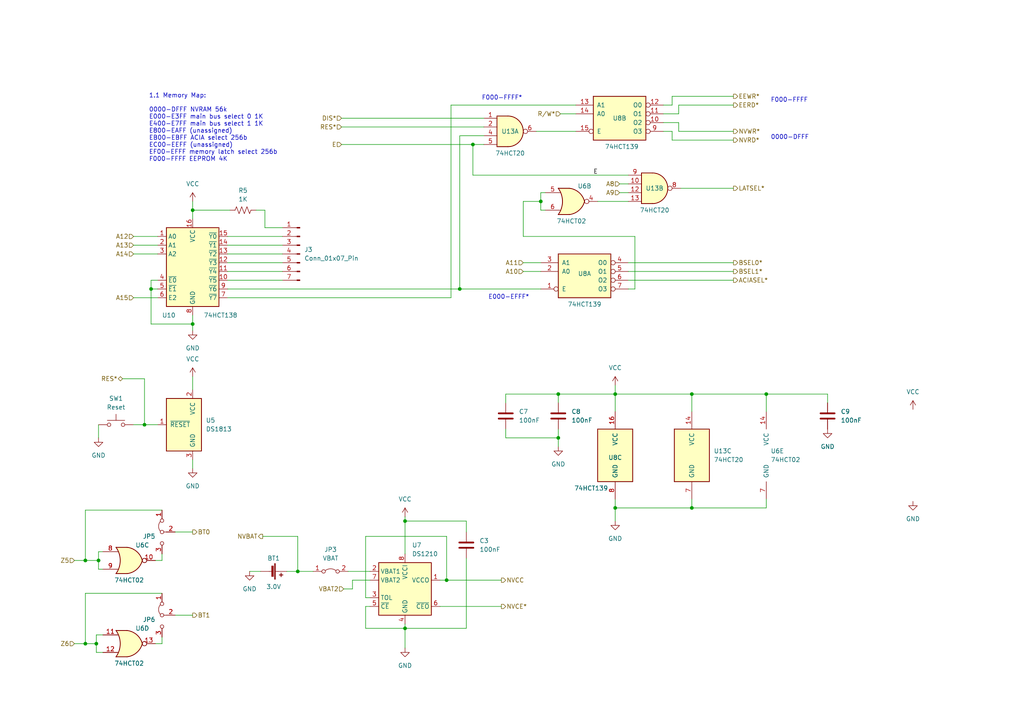
<source format=kicad_sch>
(kicad_sch (version 20230121) (generator eeschema)

  (uuid 5e63ac82-bb62-4feb-8c42-4a1ca0a78ff7)

  (paper "A4")

  (title_block
    (title "Super Searle Tranter Board V2.0")
    (date "2023-10-05")
    (rev "1")
    (company "kw")
  )

  (lib_symbols
    (symbol "74xx:74HCT02" (pin_names (offset 1.016)) (in_bom yes) (on_board yes)
      (property "Reference" "U" (at 0 1.27 0)
        (effects (font (size 1.27 1.27)))
      )
      (property "Value" "74HCT02" (at 0 -1.27 0)
        (effects (font (size 1.27 1.27)))
      )
      (property "Footprint" "" (at 0 0 0)
        (effects (font (size 1.27 1.27)) hide)
      )
      (property "Datasheet" "http://www.ti.com/lit/gpn/sn74hct02" (at 0 0 0)
        (effects (font (size 1.27 1.27)) hide)
      )
      (property "ki_locked" "" (at 0 0 0)
        (effects (font (size 1.27 1.27)))
      )
      (property "ki_keywords" "HCTMOS Nor2" (at 0 0 0)
        (effects (font (size 1.27 1.27)) hide)
      )
      (property "ki_description" "quad 2-input NOR gate" (at 0 0 0)
        (effects (font (size 1.27 1.27)) hide)
      )
      (property "ki_fp_filters" "SO14* DIP*W7.62mm*" (at 0 0 0)
        (effects (font (size 1.27 1.27)) hide)
      )
      (symbol "74HCT02_1_1"
        (arc (start -3.81 -3.81) (mid -2.589 0) (end -3.81 3.81)
          (stroke (width 0.254) (type default))
          (fill (type none))
        )
        (arc (start -0.6096 -3.81) (mid 2.1842 -2.5851) (end 3.81 0)
          (stroke (width 0.254) (type default))
          (fill (type background))
        )
        (polyline
          (pts
            (xy -3.81 -3.81)
            (xy -0.635 -3.81)
          )
          (stroke (width 0.254) (type default))
          (fill (type background))
        )
        (polyline
          (pts
            (xy -3.81 3.81)
            (xy -0.635 3.81)
          )
          (stroke (width 0.254) (type default))
          (fill (type background))
        )
        (polyline
          (pts
            (xy -0.635 3.81)
            (xy -3.81 3.81)
            (xy -3.81 3.81)
            (xy -3.556 3.4036)
            (xy -3.0226 2.2606)
            (xy -2.6924 1.0414)
            (xy -2.6162 -0.254)
            (xy -2.7686 -1.4986)
            (xy -3.175 -2.7178)
            (xy -3.81 -3.81)
            (xy -3.81 -3.81)
            (xy -0.635 -3.81)
          )
          (stroke (width -25.4) (type default))
          (fill (type background))
        )
        (arc (start 3.81 0) (mid 2.1915 2.5936) (end -0.6096 3.81)
          (stroke (width 0.254) (type default))
          (fill (type background))
        )
        (pin output inverted (at 7.62 0 180) (length 3.81)
          (name "~" (effects (font (size 1.27 1.27))))
          (number "1" (effects (font (size 1.27 1.27))))
        )
        (pin input line (at -7.62 2.54 0) (length 4.318)
          (name "~" (effects (font (size 1.27 1.27))))
          (number "2" (effects (font (size 1.27 1.27))))
        )
        (pin input line (at -7.62 -2.54 0) (length 4.318)
          (name "~" (effects (font (size 1.27 1.27))))
          (number "3" (effects (font (size 1.27 1.27))))
        )
      )
      (symbol "74HCT02_1_2"
        (arc (start 0 -3.81) (mid 3.7934 0) (end 0 3.81)
          (stroke (width 0.254) (type default))
          (fill (type background))
        )
        (polyline
          (pts
            (xy 0 3.81)
            (xy -3.81 3.81)
            (xy -3.81 -3.81)
            (xy 0 -3.81)
          )
          (stroke (width 0.254) (type default))
          (fill (type background))
        )
        (pin output line (at 7.62 0 180) (length 3.81)
          (name "~" (effects (font (size 1.27 1.27))))
          (number "1" (effects (font (size 1.27 1.27))))
        )
        (pin input inverted (at -7.62 2.54 0) (length 3.81)
          (name "~" (effects (font (size 1.27 1.27))))
          (number "2" (effects (font (size 1.27 1.27))))
        )
        (pin input inverted (at -7.62 -2.54 0) (length 3.81)
          (name "~" (effects (font (size 1.27 1.27))))
          (number "3" (effects (font (size 1.27 1.27))))
        )
      )
      (symbol "74HCT02_2_1"
        (arc (start -3.81 -3.81) (mid -2.589 0) (end -3.81 3.81)
          (stroke (width 0.254) (type default))
          (fill (type none))
        )
        (arc (start -0.6096 -3.81) (mid 2.1842 -2.5851) (end 3.81 0)
          (stroke (width 0.254) (type default))
          (fill (type background))
        )
        (polyline
          (pts
            (xy -3.81 -3.81)
            (xy -0.635 -3.81)
          )
          (stroke (width 0.254) (type default))
          (fill (type background))
        )
        (polyline
          (pts
            (xy -3.81 3.81)
            (xy -0.635 3.81)
          )
          (stroke (width 0.254) (type default))
          (fill (type background))
        )
        (polyline
          (pts
            (xy -0.635 3.81)
            (xy -3.81 3.81)
            (xy -3.81 3.81)
            (xy -3.556 3.4036)
            (xy -3.0226 2.2606)
            (xy -2.6924 1.0414)
            (xy -2.6162 -0.254)
            (xy -2.7686 -1.4986)
            (xy -3.175 -2.7178)
            (xy -3.81 -3.81)
            (xy -3.81 -3.81)
            (xy -0.635 -3.81)
          )
          (stroke (width -25.4) (type default))
          (fill (type background))
        )
        (arc (start 3.81 0) (mid 2.1915 2.5936) (end -0.6096 3.81)
          (stroke (width 0.254) (type default))
          (fill (type background))
        )
        (pin output inverted (at 7.62 0 180) (length 3.81)
          (name "~" (effects (font (size 1.27 1.27))))
          (number "4" (effects (font (size 1.27 1.27))))
        )
        (pin input line (at -7.62 2.54 0) (length 4.318)
          (name "~" (effects (font (size 1.27 1.27))))
          (number "5" (effects (font (size 1.27 1.27))))
        )
        (pin input line (at -7.62 -2.54 0) (length 4.318)
          (name "~" (effects (font (size 1.27 1.27))))
          (number "6" (effects (font (size 1.27 1.27))))
        )
      )
      (symbol "74HCT02_2_2"
        (arc (start 0 -3.81) (mid 3.7934 0) (end 0 3.81)
          (stroke (width 0.254) (type default))
          (fill (type background))
        )
        (polyline
          (pts
            (xy 0 3.81)
            (xy -3.81 3.81)
            (xy -3.81 -3.81)
            (xy 0 -3.81)
          )
          (stroke (width 0.254) (type default))
          (fill (type background))
        )
        (pin output line (at 7.62 0 180) (length 3.81)
          (name "~" (effects (font (size 1.27 1.27))))
          (number "4" (effects (font (size 1.27 1.27))))
        )
        (pin input inverted (at -7.62 2.54 0) (length 3.81)
          (name "~" (effects (font (size 1.27 1.27))))
          (number "5" (effects (font (size 1.27 1.27))))
        )
        (pin input inverted (at -7.62 -2.54 0) (length 3.81)
          (name "~" (effects (font (size 1.27 1.27))))
          (number "6" (effects (font (size 1.27 1.27))))
        )
      )
      (symbol "74HCT02_3_1"
        (arc (start -3.81 -3.81) (mid -2.589 0) (end -3.81 3.81)
          (stroke (width 0.254) (type default))
          (fill (type none))
        )
        (arc (start -0.6096 -3.81) (mid 2.1842 -2.5851) (end 3.81 0)
          (stroke (width 0.254) (type default))
          (fill (type background))
        )
        (polyline
          (pts
            (xy -3.81 -3.81)
            (xy -0.635 -3.81)
          )
          (stroke (width 0.254) (type default))
          (fill (type background))
        )
        (polyline
          (pts
            (xy -3.81 3.81)
            (xy -0.635 3.81)
          )
          (stroke (width 0.254) (type default))
          (fill (type background))
        )
        (polyline
          (pts
            (xy -0.635 3.81)
            (xy -3.81 3.81)
            (xy -3.81 3.81)
            (xy -3.556 3.4036)
            (xy -3.0226 2.2606)
            (xy -2.6924 1.0414)
            (xy -2.6162 -0.254)
            (xy -2.7686 -1.4986)
            (xy -3.175 -2.7178)
            (xy -3.81 -3.81)
            (xy -3.81 -3.81)
            (xy -0.635 -3.81)
          )
          (stroke (width -25.4) (type default))
          (fill (type background))
        )
        (arc (start 3.81 0) (mid 2.1915 2.5936) (end -0.6096 3.81)
          (stroke (width 0.254) (type default))
          (fill (type background))
        )
        (pin output inverted (at 7.62 0 180) (length 3.81)
          (name "~" (effects (font (size 1.27 1.27))))
          (number "10" (effects (font (size 1.27 1.27))))
        )
        (pin input line (at -7.62 2.54 0) (length 4.318)
          (name "~" (effects (font (size 1.27 1.27))))
          (number "8" (effects (font (size 1.27 1.27))))
        )
        (pin input line (at -7.62 -2.54 0) (length 4.318)
          (name "~" (effects (font (size 1.27 1.27))))
          (number "9" (effects (font (size 1.27 1.27))))
        )
      )
      (symbol "74HCT02_3_2"
        (arc (start 0 -3.81) (mid 3.7934 0) (end 0 3.81)
          (stroke (width 0.254) (type default))
          (fill (type background))
        )
        (polyline
          (pts
            (xy 0 3.81)
            (xy -3.81 3.81)
            (xy -3.81 -3.81)
            (xy 0 -3.81)
          )
          (stroke (width 0.254) (type default))
          (fill (type background))
        )
        (pin output line (at 7.62 0 180) (length 3.81)
          (name "~" (effects (font (size 1.27 1.27))))
          (number "10" (effects (font (size 1.27 1.27))))
        )
        (pin input inverted (at -7.62 2.54 0) (length 3.81)
          (name "~" (effects (font (size 1.27 1.27))))
          (number "8" (effects (font (size 1.27 1.27))))
        )
        (pin input inverted (at -7.62 -2.54 0) (length 3.81)
          (name "~" (effects (font (size 1.27 1.27))))
          (number "9" (effects (font (size 1.27 1.27))))
        )
      )
      (symbol "74HCT02_4_1"
        (arc (start -3.81 -3.81) (mid -2.589 0) (end -3.81 3.81)
          (stroke (width 0.254) (type default))
          (fill (type none))
        )
        (arc (start -0.6096 -3.81) (mid 2.1842 -2.5851) (end 3.81 0)
          (stroke (width 0.254) (type default))
          (fill (type background))
        )
        (polyline
          (pts
            (xy -3.81 -3.81)
            (xy -0.635 -3.81)
          )
          (stroke (width 0.254) (type default))
          (fill (type background))
        )
        (polyline
          (pts
            (xy -3.81 3.81)
            (xy -0.635 3.81)
          )
          (stroke (width 0.254) (type default))
          (fill (type background))
        )
        (polyline
          (pts
            (xy -0.635 3.81)
            (xy -3.81 3.81)
            (xy -3.81 3.81)
            (xy -3.556 3.4036)
            (xy -3.0226 2.2606)
            (xy -2.6924 1.0414)
            (xy -2.6162 -0.254)
            (xy -2.7686 -1.4986)
            (xy -3.175 -2.7178)
            (xy -3.81 -3.81)
            (xy -3.81 -3.81)
            (xy -0.635 -3.81)
          )
          (stroke (width -25.4) (type default))
          (fill (type background))
        )
        (arc (start 3.81 0) (mid 2.1915 2.5936) (end -0.6096 3.81)
          (stroke (width 0.254) (type default))
          (fill (type background))
        )
        (pin input line (at -7.62 2.54 0) (length 4.318)
          (name "~" (effects (font (size 1.27 1.27))))
          (number "11" (effects (font (size 1.27 1.27))))
        )
        (pin input line (at -7.62 -2.54 0) (length 4.318)
          (name "~" (effects (font (size 1.27 1.27))))
          (number "12" (effects (font (size 1.27 1.27))))
        )
        (pin output inverted (at 7.62 0 180) (length 3.81)
          (name "~" (effects (font (size 1.27 1.27))))
          (number "13" (effects (font (size 1.27 1.27))))
        )
      )
      (symbol "74HCT02_4_2"
        (arc (start 0 -3.81) (mid 3.7934 0) (end 0 3.81)
          (stroke (width 0.254) (type default))
          (fill (type background))
        )
        (polyline
          (pts
            (xy 0 3.81)
            (xy -3.81 3.81)
            (xy -3.81 -3.81)
            (xy 0 -3.81)
          )
          (stroke (width 0.254) (type default))
          (fill (type background))
        )
        (pin input inverted (at -7.62 2.54 0) (length 3.81)
          (name "~" (effects (font (size 1.27 1.27))))
          (number "11" (effects (font (size 1.27 1.27))))
        )
        (pin input inverted (at -7.62 -2.54 0) (length 3.81)
          (name "~" (effects (font (size 1.27 1.27))))
          (number "12" (effects (font (size 1.27 1.27))))
        )
        (pin output line (at 7.62 0 180) (length 3.81)
          (name "~" (effects (font (size 1.27 1.27))))
          (number "13" (effects (font (size 1.27 1.27))))
        )
      )
      (symbol "74HCT02_5_0"
        (pin power_in line (at 0 12.7 270) (length 5.08)
          (name "VCC" (effects (font (size 1.27 1.27))))
          (number "14" (effects (font (size 1.27 1.27))))
        )
        (pin power_in line (at 0 -12.7 90) (length 5.08)
          (name "GND" (effects (font (size 1.27 1.27))))
          (number "7" (effects (font (size 1.27 1.27))))
        )
      )
      (symbol "74HCT02_5_1"
        (rectangle (start -5.08 7.62) (end 5.08 -7.62)
          (stroke (width 0.254) (type default))
          (fill (type background))
        )
      )
    )
    (symbol "74xx:74HCT138" (in_bom yes) (on_board yes)
      (property "Reference" "U" (at -7.62 13.97 0)
        (effects (font (size 1.27 1.27)) (justify left bottom))
      )
      (property "Value" "74HCT138" (at 2.54 -11.43 0)
        (effects (font (size 1.27 1.27)) (justify left top))
      )
      (property "Footprint" "" (at 0 0 0)
        (effects (font (size 1.27 1.27)) hide)
      )
      (property "Datasheet" "http://www.ti.com/lit/ds/symlink/cd74hc238.pdf" (at 0 0 0)
        (effects (font (size 1.27 1.27)) hide)
      )
      (property "ki_keywords" "demux" (at 0 0 0)
        (effects (font (size 1.27 1.27)) hide)
      )
      (property "ki_description" "3-to-8 line decoder/multiplexer inverting, DIP-16/SOIC-16/SSOP-16" (at 0 0 0)
        (effects (font (size 1.27 1.27)) hide)
      )
      (property "ki_fp_filters" "DIP*W7.62mm* SOIC*3.9x9.9mm*P1.27mm* SSOP*5.3x6.2mm*P0.65mm*" (at 0 0 0)
        (effects (font (size 1.27 1.27)) hide)
      )
      (symbol "74HCT138_0_1"
        (rectangle (start -7.62 12.7) (end 7.62 -10.16)
          (stroke (width 0.254) (type default))
          (fill (type background))
        )
      )
      (symbol "74HCT138_1_1"
        (pin input line (at -10.16 10.16 0) (length 2.54)
          (name "A0" (effects (font (size 1.27 1.27))))
          (number "1" (effects (font (size 1.27 1.27))))
        )
        (pin output line (at 10.16 -2.54 180) (length 2.54)
          (name "~{Y5}" (effects (font (size 1.27 1.27))))
          (number "10" (effects (font (size 1.27 1.27))))
        )
        (pin output line (at 10.16 0 180) (length 2.54)
          (name "~{Y4}" (effects (font (size 1.27 1.27))))
          (number "11" (effects (font (size 1.27 1.27))))
        )
        (pin output line (at 10.16 2.54 180) (length 2.54)
          (name "~{Y3}" (effects (font (size 1.27 1.27))))
          (number "12" (effects (font (size 1.27 1.27))))
        )
        (pin output line (at 10.16 5.08 180) (length 2.54)
          (name "~{Y2}" (effects (font (size 1.27 1.27))))
          (number "13" (effects (font (size 1.27 1.27))))
        )
        (pin output line (at 10.16 7.62 180) (length 2.54)
          (name "~{Y1}" (effects (font (size 1.27 1.27))))
          (number "14" (effects (font (size 1.27 1.27))))
        )
        (pin output line (at 10.16 10.16 180) (length 2.54)
          (name "~{Y0}" (effects (font (size 1.27 1.27))))
          (number "15" (effects (font (size 1.27 1.27))))
        )
        (pin power_in line (at 0 15.24 270) (length 2.54)
          (name "VCC" (effects (font (size 1.27 1.27))))
          (number "16" (effects (font (size 1.27 1.27))))
        )
        (pin input line (at -10.16 7.62 0) (length 2.54)
          (name "A1" (effects (font (size 1.27 1.27))))
          (number "2" (effects (font (size 1.27 1.27))))
        )
        (pin input line (at -10.16 5.08 0) (length 2.54)
          (name "A2" (effects (font (size 1.27 1.27))))
          (number "3" (effects (font (size 1.27 1.27))))
        )
        (pin input line (at -10.16 -2.54 0) (length 2.54)
          (name "~{E0}" (effects (font (size 1.27 1.27))))
          (number "4" (effects (font (size 1.27 1.27))))
        )
        (pin input line (at -10.16 -5.08 0) (length 2.54)
          (name "~{E1}" (effects (font (size 1.27 1.27))))
          (number "5" (effects (font (size 1.27 1.27))))
        )
        (pin input line (at -10.16 -7.62 0) (length 2.54)
          (name "E2" (effects (font (size 1.27 1.27))))
          (number "6" (effects (font (size 1.27 1.27))))
        )
        (pin output line (at 10.16 -7.62 180) (length 2.54)
          (name "~{Y7}" (effects (font (size 1.27 1.27))))
          (number "7" (effects (font (size 1.27 1.27))))
        )
        (pin power_in line (at 0 -12.7 90) (length 2.54)
          (name "GND" (effects (font (size 1.27 1.27))))
          (number "8" (effects (font (size 1.27 1.27))))
        )
        (pin output line (at 10.16 -5.08 180) (length 2.54)
          (name "~{Y6}" (effects (font (size 1.27 1.27))))
          (number "9" (effects (font (size 1.27 1.27))))
        )
      )
    )
    (symbol "74xx:74LS139" (pin_names (offset 1.016)) (in_bom yes) (on_board yes)
      (property "Reference" "U" (at -7.62 8.89 0)
        (effects (font (size 1.27 1.27)))
      )
      (property "Value" "74LS139" (at -7.62 -8.89 0)
        (effects (font (size 1.27 1.27)))
      )
      (property "Footprint" "" (at 0 0 0)
        (effects (font (size 1.27 1.27)) hide)
      )
      (property "Datasheet" "http://www.ti.com/lit/ds/symlink/sn74ls139a.pdf" (at 0 0 0)
        (effects (font (size 1.27 1.27)) hide)
      )
      (property "ki_locked" "" (at 0 0 0)
        (effects (font (size 1.27 1.27)))
      )
      (property "ki_keywords" "TTL DECOD4" (at 0 0 0)
        (effects (font (size 1.27 1.27)) hide)
      )
      (property "ki_description" "Dual Decoder 1 of 4, Active low outputs" (at 0 0 0)
        (effects (font (size 1.27 1.27)) hide)
      )
      (property "ki_fp_filters" "DIP?16*" (at 0 0 0)
        (effects (font (size 1.27 1.27)) hide)
      )
      (symbol "74LS139_1_0"
        (pin input inverted (at -12.7 -5.08 0) (length 5.08)
          (name "E" (effects (font (size 1.27 1.27))))
          (number "1" (effects (font (size 1.27 1.27))))
        )
        (pin input line (at -12.7 0 0) (length 5.08)
          (name "A0" (effects (font (size 1.27 1.27))))
          (number "2" (effects (font (size 1.27 1.27))))
        )
        (pin input line (at -12.7 2.54 0) (length 5.08)
          (name "A1" (effects (font (size 1.27 1.27))))
          (number "3" (effects (font (size 1.27 1.27))))
        )
        (pin output inverted (at 12.7 2.54 180) (length 5.08)
          (name "O0" (effects (font (size 1.27 1.27))))
          (number "4" (effects (font (size 1.27 1.27))))
        )
        (pin output inverted (at 12.7 0 180) (length 5.08)
          (name "O1" (effects (font (size 1.27 1.27))))
          (number "5" (effects (font (size 1.27 1.27))))
        )
        (pin output inverted (at 12.7 -2.54 180) (length 5.08)
          (name "O2" (effects (font (size 1.27 1.27))))
          (number "6" (effects (font (size 1.27 1.27))))
        )
        (pin output inverted (at 12.7 -5.08 180) (length 5.08)
          (name "O3" (effects (font (size 1.27 1.27))))
          (number "7" (effects (font (size 1.27 1.27))))
        )
      )
      (symbol "74LS139_1_1"
        (rectangle (start -7.62 5.08) (end 7.62 -7.62)
          (stroke (width 0.254) (type default))
          (fill (type background))
        )
      )
      (symbol "74LS139_2_0"
        (pin output inverted (at 12.7 -2.54 180) (length 5.08)
          (name "O2" (effects (font (size 1.27 1.27))))
          (number "10" (effects (font (size 1.27 1.27))))
        )
        (pin output inverted (at 12.7 0 180) (length 5.08)
          (name "O1" (effects (font (size 1.27 1.27))))
          (number "11" (effects (font (size 1.27 1.27))))
        )
        (pin output inverted (at 12.7 2.54 180) (length 5.08)
          (name "O0" (effects (font (size 1.27 1.27))))
          (number "12" (effects (font (size 1.27 1.27))))
        )
        (pin input line (at -12.7 2.54 0) (length 5.08)
          (name "A1" (effects (font (size 1.27 1.27))))
          (number "13" (effects (font (size 1.27 1.27))))
        )
        (pin input line (at -12.7 0 0) (length 5.08)
          (name "A0" (effects (font (size 1.27 1.27))))
          (number "14" (effects (font (size 1.27 1.27))))
        )
        (pin input inverted (at -12.7 -5.08 0) (length 5.08)
          (name "E" (effects (font (size 1.27 1.27))))
          (number "15" (effects (font (size 1.27 1.27))))
        )
        (pin output inverted (at 12.7 -5.08 180) (length 5.08)
          (name "O3" (effects (font (size 1.27 1.27))))
          (number "9" (effects (font (size 1.27 1.27))))
        )
      )
      (symbol "74LS139_2_1"
        (rectangle (start -7.62 5.08) (end 7.62 -7.62)
          (stroke (width 0.254) (type default))
          (fill (type background))
        )
      )
      (symbol "74LS139_3_0"
        (pin power_in line (at 0 12.7 270) (length 5.08)
          (name "VCC" (effects (font (size 1.27 1.27))))
          (number "16" (effects (font (size 1.27 1.27))))
        )
        (pin power_in line (at 0 -12.7 90) (length 5.08)
          (name "GND" (effects (font (size 1.27 1.27))))
          (number "8" (effects (font (size 1.27 1.27))))
        )
      )
      (symbol "74LS139_3_1"
        (rectangle (start -5.08 7.62) (end 5.08 -7.62)
          (stroke (width 0.254) (type default))
          (fill (type background))
        )
      )
    )
    (symbol "74xx:74LS20" (pin_names (offset 1.016)) (in_bom yes) (on_board yes)
      (property "Reference" "U" (at 0 1.27 0)
        (effects (font (size 1.27 1.27)))
      )
      (property "Value" "74LS20" (at 0 -1.27 0)
        (effects (font (size 1.27 1.27)))
      )
      (property "Footprint" "" (at 0 0 0)
        (effects (font (size 1.27 1.27)) hide)
      )
      (property "Datasheet" "http://www.ti.com/lit/gpn/sn74LS20" (at 0 0 0)
        (effects (font (size 1.27 1.27)) hide)
      )
      (property "ki_locked" "" (at 0 0 0)
        (effects (font (size 1.27 1.27)))
      )
      (property "ki_keywords" "TTL Nand4" (at 0 0 0)
        (effects (font (size 1.27 1.27)) hide)
      )
      (property "ki_description" "Dual 4-input NAND" (at 0 0 0)
        (effects (font (size 1.27 1.27)) hide)
      )
      (property "ki_fp_filters" "DIP?12*" (at 0 0 0)
        (effects (font (size 1.27 1.27)) hide)
      )
      (symbol "74LS20_1_1"
        (arc (start -0.635 -4.445) (mid 3.7907 0) (end -0.635 4.445)
          (stroke (width 0.254) (type default))
          (fill (type background))
        )
        (polyline
          (pts
            (xy -0.635 4.445)
            (xy -3.81 4.445)
            (xy -3.81 -4.445)
            (xy -0.635 -4.445)
          )
          (stroke (width 0.254) (type default))
          (fill (type background))
        )
        (pin input line (at -7.62 3.81 0) (length 3.81)
          (name "~" (effects (font (size 1.27 1.27))))
          (number "1" (effects (font (size 1.27 1.27))))
        )
        (pin input line (at -7.62 1.27 0) (length 3.81)
          (name "~" (effects (font (size 1.27 1.27))))
          (number "2" (effects (font (size 1.27 1.27))))
        )
        (pin input line (at -7.62 -1.27 0) (length 3.81)
          (name "~" (effects (font (size 1.27 1.27))))
          (number "4" (effects (font (size 1.27 1.27))))
        )
        (pin input line (at -7.62 -3.81 0) (length 3.81)
          (name "~" (effects (font (size 1.27 1.27))))
          (number "5" (effects (font (size 1.27 1.27))))
        )
        (pin output inverted (at 7.62 0 180) (length 3.81)
          (name "~" (effects (font (size 1.27 1.27))))
          (number "6" (effects (font (size 1.27 1.27))))
        )
      )
      (symbol "74LS20_1_2"
        (arc (start -3.81 -4.445) (mid -2.5908 0) (end -3.81 4.445)
          (stroke (width 0.254) (type default))
          (fill (type none))
        )
        (arc (start -0.6096 -4.445) (mid 2.2246 -2.8422) (end 3.81 0)
          (stroke (width 0.254) (type default))
          (fill (type background))
        )
        (polyline
          (pts
            (xy -3.81 -4.445)
            (xy -0.635 -4.445)
          )
          (stroke (width 0.254) (type default))
          (fill (type background))
        )
        (polyline
          (pts
            (xy -3.81 4.445)
            (xy -0.635 4.445)
          )
          (stroke (width 0.254) (type default))
          (fill (type background))
        )
        (polyline
          (pts
            (xy -0.635 4.445)
            (xy -3.81 4.445)
            (xy -3.81 4.445)
            (xy -3.6322 4.0894)
            (xy -3.0988 2.921)
            (xy -2.7686 1.6764)
            (xy -2.6162 0.4318)
            (xy -2.6416 -0.8636)
            (xy -2.8702 -2.1082)
            (xy -3.2512 -3.3274)
            (xy -3.81 -4.445)
            (xy -3.81 -4.445)
            (xy -0.635 -4.445)
          )
          (stroke (width -25.4) (type default))
          (fill (type background))
        )
        (arc (start 3.81 0) (mid 2.2204 2.8379) (end -0.6096 4.445)
          (stroke (width 0.254) (type default))
          (fill (type background))
        )
        (pin input inverted (at -7.62 3.81 0) (length 3.81)
          (name "~" (effects (font (size 1.27 1.27))))
          (number "1" (effects (font (size 1.27 1.27))))
        )
        (pin input inverted (at -7.62 1.27 0) (length 4.826)
          (name "~" (effects (font (size 1.27 1.27))))
          (number "2" (effects (font (size 1.27 1.27))))
        )
        (pin input inverted (at -7.62 -1.27 0) (length 4.826)
          (name "~" (effects (font (size 1.27 1.27))))
          (number "4" (effects (font (size 1.27 1.27))))
        )
        (pin input inverted (at -7.62 -3.81 0) (length 3.81)
          (name "~" (effects (font (size 1.27 1.27))))
          (number "5" (effects (font (size 1.27 1.27))))
        )
        (pin output line (at 7.62 0 180) (length 3.81)
          (name "~" (effects (font (size 1.27 1.27))))
          (number "6" (effects (font (size 1.27 1.27))))
        )
      )
      (symbol "74LS20_2_1"
        (arc (start -0.635 -4.445) (mid 3.7907 0) (end -0.635 4.445)
          (stroke (width 0.254) (type default))
          (fill (type background))
        )
        (polyline
          (pts
            (xy -0.635 4.445)
            (xy -3.81 4.445)
            (xy -3.81 -4.445)
            (xy -0.635 -4.445)
          )
          (stroke (width 0.254) (type default))
          (fill (type background))
        )
        (pin input line (at -7.62 1.27 0) (length 3.81)
          (name "~" (effects (font (size 1.27 1.27))))
          (number "10" (effects (font (size 1.27 1.27))))
        )
        (pin input line (at -7.62 -1.27 0) (length 3.81)
          (name "~" (effects (font (size 1.27 1.27))))
          (number "12" (effects (font (size 1.27 1.27))))
        )
        (pin input line (at -7.62 -3.81 0) (length 3.81)
          (name "~" (effects (font (size 1.27 1.27))))
          (number "13" (effects (font (size 1.27 1.27))))
        )
        (pin output inverted (at 7.62 0 180) (length 3.81)
          (name "~" (effects (font (size 1.27 1.27))))
          (number "8" (effects (font (size 1.27 1.27))))
        )
        (pin input line (at -7.62 3.81 0) (length 3.81)
          (name "~" (effects (font (size 1.27 1.27))))
          (number "9" (effects (font (size 1.27 1.27))))
        )
      )
      (symbol "74LS20_2_2"
        (arc (start -3.81 -4.445) (mid -2.5908 0) (end -3.81 4.445)
          (stroke (width 0.254) (type default))
          (fill (type none))
        )
        (arc (start -0.6096 -4.445) (mid 2.2246 -2.8422) (end 3.81 0)
          (stroke (width 0.254) (type default))
          (fill (type background))
        )
        (polyline
          (pts
            (xy -3.81 -4.445)
            (xy -0.635 -4.445)
          )
          (stroke (width 0.254) (type default))
          (fill (type background))
        )
        (polyline
          (pts
            (xy -3.81 4.445)
            (xy -0.635 4.445)
          )
          (stroke (width 0.254) (type default))
          (fill (type background))
        )
        (polyline
          (pts
            (xy -0.635 4.445)
            (xy -3.81 4.445)
            (xy -3.81 4.445)
            (xy -3.6322 4.0894)
            (xy -3.0988 2.921)
            (xy -2.7686 1.6764)
            (xy -2.6162 0.4318)
            (xy -2.6416 -0.8636)
            (xy -2.8702 -2.1082)
            (xy -3.2512 -3.3274)
            (xy -3.81 -4.445)
            (xy -3.81 -4.445)
            (xy -0.635 -4.445)
          )
          (stroke (width -25.4) (type default))
          (fill (type background))
        )
        (arc (start 3.81 0) (mid 2.2204 2.8379) (end -0.6096 4.445)
          (stroke (width 0.254) (type default))
          (fill (type background))
        )
        (pin input inverted (at -7.62 1.27 0) (length 4.826)
          (name "~" (effects (font (size 1.27 1.27))))
          (number "10" (effects (font (size 1.27 1.27))))
        )
        (pin input inverted (at -7.62 -1.27 0) (length 4.826)
          (name "~" (effects (font (size 1.27 1.27))))
          (number "12" (effects (font (size 1.27 1.27))))
        )
        (pin input inverted (at -7.62 -3.81 0) (length 3.81)
          (name "~" (effects (font (size 1.27 1.27))))
          (number "13" (effects (font (size 1.27 1.27))))
        )
        (pin output line (at 7.62 0 180) (length 3.81)
          (name "~" (effects (font (size 1.27 1.27))))
          (number "8" (effects (font (size 1.27 1.27))))
        )
        (pin input inverted (at -7.62 3.81 0) (length 3.81)
          (name "~" (effects (font (size 1.27 1.27))))
          (number "9" (effects (font (size 1.27 1.27))))
        )
      )
      (symbol "74LS20_3_0"
        (pin power_in line (at 0 12.7 270) (length 5.08)
          (name "VCC" (effects (font (size 1.27 1.27))))
          (number "14" (effects (font (size 1.27 1.27))))
        )
        (pin power_in line (at 0 -12.7 90) (length 5.08)
          (name "GND" (effects (font (size 1.27 1.27))))
          (number "7" (effects (font (size 1.27 1.27))))
        )
      )
      (symbol "74LS20_3_1"
        (rectangle (start -5.08 7.62) (end 5.08 -7.62)
          (stroke (width 0.254) (type default))
          (fill (type background))
        )
      )
    )
    (symbol "Connector:Conn_01x07_Pin" (pin_names (offset 1.016) hide) (in_bom yes) (on_board yes)
      (property "Reference" "J" (at 0 10.16 0)
        (effects (font (size 1.27 1.27)))
      )
      (property "Value" "Conn_01x07_Pin" (at 0 -10.16 0)
        (effects (font (size 1.27 1.27)))
      )
      (property "Footprint" "" (at 0 0 0)
        (effects (font (size 1.27 1.27)) hide)
      )
      (property "Datasheet" "~" (at 0 0 0)
        (effects (font (size 1.27 1.27)) hide)
      )
      (property "ki_locked" "" (at 0 0 0)
        (effects (font (size 1.27 1.27)))
      )
      (property "ki_keywords" "connector" (at 0 0 0)
        (effects (font (size 1.27 1.27)) hide)
      )
      (property "ki_description" "Generic connector, single row, 01x07, script generated" (at 0 0 0)
        (effects (font (size 1.27 1.27)) hide)
      )
      (property "ki_fp_filters" "Connector*:*_1x??_*" (at 0 0 0)
        (effects (font (size 1.27 1.27)) hide)
      )
      (symbol "Conn_01x07_Pin_1_1"
        (polyline
          (pts
            (xy 1.27 -7.62)
            (xy 0.8636 -7.62)
          )
          (stroke (width 0.1524) (type default))
          (fill (type none))
        )
        (polyline
          (pts
            (xy 1.27 -5.08)
            (xy 0.8636 -5.08)
          )
          (stroke (width 0.1524) (type default))
          (fill (type none))
        )
        (polyline
          (pts
            (xy 1.27 -2.54)
            (xy 0.8636 -2.54)
          )
          (stroke (width 0.1524) (type default))
          (fill (type none))
        )
        (polyline
          (pts
            (xy 1.27 0)
            (xy 0.8636 0)
          )
          (stroke (width 0.1524) (type default))
          (fill (type none))
        )
        (polyline
          (pts
            (xy 1.27 2.54)
            (xy 0.8636 2.54)
          )
          (stroke (width 0.1524) (type default))
          (fill (type none))
        )
        (polyline
          (pts
            (xy 1.27 5.08)
            (xy 0.8636 5.08)
          )
          (stroke (width 0.1524) (type default))
          (fill (type none))
        )
        (polyline
          (pts
            (xy 1.27 7.62)
            (xy 0.8636 7.62)
          )
          (stroke (width 0.1524) (type default))
          (fill (type none))
        )
        (rectangle (start 0.8636 -7.493) (end 0 -7.747)
          (stroke (width 0.1524) (type default))
          (fill (type outline))
        )
        (rectangle (start 0.8636 -4.953) (end 0 -5.207)
          (stroke (width 0.1524) (type default))
          (fill (type outline))
        )
        (rectangle (start 0.8636 -2.413) (end 0 -2.667)
          (stroke (width 0.1524) (type default))
          (fill (type outline))
        )
        (rectangle (start 0.8636 0.127) (end 0 -0.127)
          (stroke (width 0.1524) (type default))
          (fill (type outline))
        )
        (rectangle (start 0.8636 2.667) (end 0 2.413)
          (stroke (width 0.1524) (type default))
          (fill (type outline))
        )
        (rectangle (start 0.8636 5.207) (end 0 4.953)
          (stroke (width 0.1524) (type default))
          (fill (type outline))
        )
        (rectangle (start 0.8636 7.747) (end 0 7.493)
          (stroke (width 0.1524) (type default))
          (fill (type outline))
        )
        (pin passive line (at 5.08 7.62 180) (length 3.81)
          (name "Pin_1" (effects (font (size 1.27 1.27))))
          (number "1" (effects (font (size 1.27 1.27))))
        )
        (pin passive line (at 5.08 5.08 180) (length 3.81)
          (name "Pin_2" (effects (font (size 1.27 1.27))))
          (number "2" (effects (font (size 1.27 1.27))))
        )
        (pin passive line (at 5.08 2.54 180) (length 3.81)
          (name "Pin_3" (effects (font (size 1.27 1.27))))
          (number "3" (effects (font (size 1.27 1.27))))
        )
        (pin passive line (at 5.08 0 180) (length 3.81)
          (name "Pin_4" (effects (font (size 1.27 1.27))))
          (number "4" (effects (font (size 1.27 1.27))))
        )
        (pin passive line (at 5.08 -2.54 180) (length 3.81)
          (name "Pin_5" (effects (font (size 1.27 1.27))))
          (number "5" (effects (font (size 1.27 1.27))))
        )
        (pin passive line (at 5.08 -5.08 180) (length 3.81)
          (name "Pin_6" (effects (font (size 1.27 1.27))))
          (number "6" (effects (font (size 1.27 1.27))))
        )
        (pin passive line (at 5.08 -7.62 180) (length 3.81)
          (name "Pin_7" (effects (font (size 1.27 1.27))))
          (number "7" (effects (font (size 1.27 1.27))))
        )
      )
    )
    (symbol "Device:Battery_Cell" (pin_numbers hide) (pin_names (offset 0) hide) (in_bom yes) (on_board yes)
      (property "Reference" "BT" (at 2.54 2.54 0)
        (effects (font (size 1.27 1.27)) (justify left))
      )
      (property "Value" "Battery_Cell" (at 2.54 0 0)
        (effects (font (size 1.27 1.27)) (justify left))
      )
      (property "Footprint" "" (at 0 1.524 90)
        (effects (font (size 1.27 1.27)) hide)
      )
      (property "Datasheet" "~" (at 0 1.524 90)
        (effects (font (size 1.27 1.27)) hide)
      )
      (property "ki_keywords" "battery cell" (at 0 0 0)
        (effects (font (size 1.27 1.27)) hide)
      )
      (property "ki_description" "Single-cell battery" (at 0 0 0)
        (effects (font (size 1.27 1.27)) hide)
      )
      (symbol "Battery_Cell_0_1"
        (rectangle (start -2.286 1.778) (end 2.286 1.524)
          (stroke (width 0) (type default))
          (fill (type outline))
        )
        (rectangle (start -1.5748 1.1938) (end 1.4732 0.6858)
          (stroke (width 0) (type default))
          (fill (type outline))
        )
        (polyline
          (pts
            (xy 0 0.762)
            (xy 0 0)
          )
          (stroke (width 0) (type default))
          (fill (type none))
        )
        (polyline
          (pts
            (xy 0 1.778)
            (xy 0 2.54)
          )
          (stroke (width 0) (type default))
          (fill (type none))
        )
        (polyline
          (pts
            (xy 0.508 3.429)
            (xy 1.524 3.429)
          )
          (stroke (width 0.254) (type default))
          (fill (type none))
        )
        (polyline
          (pts
            (xy 1.016 3.937)
            (xy 1.016 2.921)
          )
          (stroke (width 0.254) (type default))
          (fill (type none))
        )
      )
      (symbol "Battery_Cell_1_1"
        (pin passive line (at 0 5.08 270) (length 2.54)
          (name "+" (effects (font (size 1.27 1.27))))
          (number "1" (effects (font (size 1.27 1.27))))
        )
        (pin passive line (at 0 -2.54 90) (length 2.54)
          (name "-" (effects (font (size 1.27 1.27))))
          (number "2" (effects (font (size 1.27 1.27))))
        )
      )
    )
    (symbol "Device:C" (pin_numbers hide) (pin_names (offset 0.254)) (in_bom yes) (on_board yes)
      (property "Reference" "C" (at 0.635 2.54 0)
        (effects (font (size 1.27 1.27)) (justify left))
      )
      (property "Value" "C" (at 0.635 -2.54 0)
        (effects (font (size 1.27 1.27)) (justify left))
      )
      (property "Footprint" "" (at 0.9652 -3.81 0)
        (effects (font (size 1.27 1.27)) hide)
      )
      (property "Datasheet" "~" (at 0 0 0)
        (effects (font (size 1.27 1.27)) hide)
      )
      (property "ki_keywords" "cap capacitor" (at 0 0 0)
        (effects (font (size 1.27 1.27)) hide)
      )
      (property "ki_description" "Unpolarized capacitor" (at 0 0 0)
        (effects (font (size 1.27 1.27)) hide)
      )
      (property "ki_fp_filters" "C_*" (at 0 0 0)
        (effects (font (size 1.27 1.27)) hide)
      )
      (symbol "C_0_1"
        (polyline
          (pts
            (xy -2.032 -0.762)
            (xy 2.032 -0.762)
          )
          (stroke (width 0.508) (type default))
          (fill (type none))
        )
        (polyline
          (pts
            (xy -2.032 0.762)
            (xy 2.032 0.762)
          )
          (stroke (width 0.508) (type default))
          (fill (type none))
        )
      )
      (symbol "C_1_1"
        (pin passive line (at 0 3.81 270) (length 2.794)
          (name "~" (effects (font (size 1.27 1.27))))
          (number "1" (effects (font (size 1.27 1.27))))
        )
        (pin passive line (at 0 -3.81 90) (length 2.794)
          (name "~" (effects (font (size 1.27 1.27))))
          (number "2" (effects (font (size 1.27 1.27))))
        )
      )
    )
    (symbol "Device:R_US" (pin_numbers hide) (pin_names (offset 0)) (in_bom yes) (on_board yes)
      (property "Reference" "R" (at 2.54 0 90)
        (effects (font (size 1.27 1.27)))
      )
      (property "Value" "R_US" (at -2.54 0 90)
        (effects (font (size 1.27 1.27)))
      )
      (property "Footprint" "" (at 1.016 -0.254 90)
        (effects (font (size 1.27 1.27)) hide)
      )
      (property "Datasheet" "~" (at 0 0 0)
        (effects (font (size 1.27 1.27)) hide)
      )
      (property "ki_keywords" "R res resistor" (at 0 0 0)
        (effects (font (size 1.27 1.27)) hide)
      )
      (property "ki_description" "Resistor, US symbol" (at 0 0 0)
        (effects (font (size 1.27 1.27)) hide)
      )
      (property "ki_fp_filters" "R_*" (at 0 0 0)
        (effects (font (size 1.27 1.27)) hide)
      )
      (symbol "R_US_0_1"
        (polyline
          (pts
            (xy 0 -2.286)
            (xy 0 -2.54)
          )
          (stroke (width 0) (type default))
          (fill (type none))
        )
        (polyline
          (pts
            (xy 0 2.286)
            (xy 0 2.54)
          )
          (stroke (width 0) (type default))
          (fill (type none))
        )
        (polyline
          (pts
            (xy 0 -0.762)
            (xy 1.016 -1.143)
            (xy 0 -1.524)
            (xy -1.016 -1.905)
            (xy 0 -2.286)
          )
          (stroke (width 0) (type default))
          (fill (type none))
        )
        (polyline
          (pts
            (xy 0 0.762)
            (xy 1.016 0.381)
            (xy 0 0)
            (xy -1.016 -0.381)
            (xy 0 -0.762)
          )
          (stroke (width 0) (type default))
          (fill (type none))
        )
        (polyline
          (pts
            (xy 0 2.286)
            (xy 1.016 1.905)
            (xy 0 1.524)
            (xy -1.016 1.143)
            (xy 0 0.762)
          )
          (stroke (width 0) (type default))
          (fill (type none))
        )
      )
      (symbol "R_US_1_1"
        (pin passive line (at 0 3.81 270) (length 1.27)
          (name "~" (effects (font (size 1.27 1.27))))
          (number "1" (effects (font (size 1.27 1.27))))
        )
        (pin passive line (at 0 -3.81 90) (length 1.27)
          (name "~" (effects (font (size 1.27 1.27))))
          (number "2" (effects (font (size 1.27 1.27))))
        )
      )
    )
    (symbol "Jumper:Jumper_2_Bridged" (pin_names (offset 0) hide) (in_bom yes) (on_board yes)
      (property "Reference" "JP" (at 0 1.905 0)
        (effects (font (size 1.27 1.27)))
      )
      (property "Value" "Jumper_2_Bridged" (at 0 -2.54 0)
        (effects (font (size 1.27 1.27)))
      )
      (property "Footprint" "" (at 0 0 0)
        (effects (font (size 1.27 1.27)) hide)
      )
      (property "Datasheet" "~" (at 0 0 0)
        (effects (font (size 1.27 1.27)) hide)
      )
      (property "ki_keywords" "Jumper SPST" (at 0 0 0)
        (effects (font (size 1.27 1.27)) hide)
      )
      (property "ki_description" "Jumper, 2-pole, closed/bridged" (at 0 0 0)
        (effects (font (size 1.27 1.27)) hide)
      )
      (property "ki_fp_filters" "Jumper* TestPoint*2Pads* TestPoint*Bridge*" (at 0 0 0)
        (effects (font (size 1.27 1.27)) hide)
      )
      (symbol "Jumper_2_Bridged_0_0"
        (circle (center -2.032 0) (radius 0.508)
          (stroke (width 0) (type default))
          (fill (type none))
        )
        (circle (center 2.032 0) (radius 0.508)
          (stroke (width 0) (type default))
          (fill (type none))
        )
      )
      (symbol "Jumper_2_Bridged_0_1"
        (arc (start 1.524 0.254) (mid 0 0.762) (end -1.524 0.254)
          (stroke (width 0) (type default))
          (fill (type none))
        )
      )
      (symbol "Jumper_2_Bridged_1_1"
        (pin passive line (at -5.08 0 0) (length 2.54)
          (name "A" (effects (font (size 1.27 1.27))))
          (number "1" (effects (font (size 1.27 1.27))))
        )
        (pin passive line (at 5.08 0 180) (length 2.54)
          (name "B" (effects (font (size 1.27 1.27))))
          (number "2" (effects (font (size 1.27 1.27))))
        )
      )
    )
    (symbol "Jumper:Jumper_3_Bridged12" (pin_names (offset 0) hide) (in_bom yes) (on_board yes)
      (property "Reference" "JP" (at -2.54 -2.54 0)
        (effects (font (size 1.27 1.27)))
      )
      (property "Value" "Jumper_3_Bridged12" (at 0 2.794 0)
        (effects (font (size 1.27 1.27)))
      )
      (property "Footprint" "" (at 0 0 0)
        (effects (font (size 1.27 1.27)) hide)
      )
      (property "Datasheet" "~" (at 0 0 0)
        (effects (font (size 1.27 1.27)) hide)
      )
      (property "ki_keywords" "Jumper SPDT" (at 0 0 0)
        (effects (font (size 1.27 1.27)) hide)
      )
      (property "ki_description" "Jumper, 3-pole, pins 1+2 closed/bridged" (at 0 0 0)
        (effects (font (size 1.27 1.27)) hide)
      )
      (property "ki_fp_filters" "Jumper* TestPoint*3Pads* TestPoint*Bridge*" (at 0 0 0)
        (effects (font (size 1.27 1.27)) hide)
      )
      (symbol "Jumper_3_Bridged12_0_0"
        (circle (center -3.302 0) (radius 0.508)
          (stroke (width 0) (type default))
          (fill (type none))
        )
        (circle (center 0 0) (radius 0.508)
          (stroke (width 0) (type default))
          (fill (type none))
        )
        (circle (center 3.302 0) (radius 0.508)
          (stroke (width 0) (type default))
          (fill (type none))
        )
      )
      (symbol "Jumper_3_Bridged12_0_1"
        (arc (start -0.254 0.508) (mid -1.651 0.9912) (end -3.048 0.508)
          (stroke (width 0) (type default))
          (fill (type none))
        )
        (polyline
          (pts
            (xy 0 -1.27)
            (xy 0 -0.508)
          )
          (stroke (width 0) (type default))
          (fill (type none))
        )
      )
      (symbol "Jumper_3_Bridged12_1_1"
        (pin passive line (at -6.35 0 0) (length 2.54)
          (name "A" (effects (font (size 1.27 1.27))))
          (number "1" (effects (font (size 1.27 1.27))))
        )
        (pin passive line (at 0 -3.81 90) (length 2.54)
          (name "C" (effects (font (size 1.27 1.27))))
          (number "2" (effects (font (size 1.27 1.27))))
        )
        (pin passive line (at 6.35 0 180) (length 2.54)
          (name "B" (effects (font (size 1.27 1.27))))
          (number "3" (effects (font (size 1.27 1.27))))
        )
      )
    )
    (symbol "New_Library:DS1813" (pin_names (offset 1.016)) (in_bom yes) (on_board yes)
      (property "Reference" "U" (at 0 8.89 0)
        (effects (font (size 1.27 1.27)) (justify left))
      )
      (property "Value" "DS1813" (at -1.27 -8.89 0)
        (effects (font (size 1.27 1.27)) (justify left))
      )
      (property "Footprint" "" (at -10.16 3.81 0)
        (effects (font (size 1.27 1.27)) hide)
      )
      (property "Datasheet" "http://ww1.microchip.com/downloads/en/DeviceDoc/21661E.pdf" (at -7.62 6.35 0)
        (effects (font (size 1.27 1.27)) hide)
      )
      (property "ki_keywords" "supervisor reset push-pull" (at 0 0 0)
        (effects (font (size 1.27 1.27)) hide)
      )
      (property "ki_description" "Microcontroller reset monitor, active low output" (at 0 0 0)
        (effects (font (size 1.27 1.27)) hide)
      )
      (property "ki_fp_filters" "SOT?23* *SC?70*" (at 0 0 0)
        (effects (font (size 1.27 1.27)) hide)
      )
      (symbol "DS1813_1_1"
        (rectangle (start -5.08 7.62) (end 5.08 -7.62)
          (stroke (width 0.254) (type default))
          (fill (type background))
        )
        (pin output line (at 7.62 0 180) (length 2.54)
          (name "~{RESET}" (effects (font (size 1.27 1.27))))
          (number "1" (effects (font (size 1.27 1.27))))
        )
        (pin power_in line (at -2.54 10.16 270) (length 2.54)
          (name "VCC" (effects (font (size 1.27 1.27))))
          (number "2" (effects (font (size 1.27 1.27))))
        )
        (pin power_in line (at -2.54 -10.16 90) (length 2.54)
          (name "GND" (effects (font (size 1.27 1.27))))
          (number "3" (effects (font (size 1.27 1.27))))
        )
      )
    )
    (symbol "Power_Management:DS1210" (in_bom yes) (on_board yes)
      (property "Reference" "U" (at -7.62 8.89 0)
        (effects (font (size 1.27 1.27)))
      )
      (property "Value" "DS1210" (at 5.08 8.89 0)
        (effects (font (size 1.27 1.27)))
      )
      (property "Footprint" "Package_DIP:DIP-8_W7.62mm" (at 0 -20.32 0)
        (effects (font (size 1.27 1.27)) hide)
      )
      (property "Datasheet" "https://datasheets.maximintegrated.com/en/ds/DS1210.pdf" (at -2.54 -2.54 0)
        (effects (font (size 1.27 1.27)) hide)
      )
      (property "ki_keywords" "Nonvolatile, RAM, Controller, Battery, Power" (at 0 0 0)
        (effects (font (size 1.27 1.27)) hide)
      )
      (property "ki_description" "Nonvolatile Controller, PDIP-8" (at 0 0 0)
        (effects (font (size 1.27 1.27)) hide)
      )
      (property "ki_fp_filters" "DIP*W7.62mm*" (at 0 0 0)
        (effects (font (size 1.27 1.27)) hide)
      )
      (symbol "DS1210_0_1"
        (rectangle (start -7.62 7.62) (end 7.62 -7.62)
          (stroke (width 0.254) (type default))
          (fill (type background))
        )
      )
      (symbol "DS1210_1_1"
        (pin power_out line (at 10.16 2.54 180) (length 2.54)
          (name "VCCO" (effects (font (size 1.27 1.27))))
          (number "1" (effects (font (size 1.27 1.27))))
        )
        (pin power_in line (at -10.16 5.08 0) (length 2.54)
          (name "VBAT1" (effects (font (size 1.27 1.27))))
          (number "2" (effects (font (size 1.27 1.27))))
        )
        (pin input line (at -10.16 -2.54 0) (length 2.54)
          (name "TOL" (effects (font (size 1.27 1.27))))
          (number "3" (effects (font (size 1.27 1.27))))
        )
        (pin power_in line (at 0 -10.16 90) (length 2.54)
          (name "GND" (effects (font (size 1.27 1.27))))
          (number "4" (effects (font (size 1.27 1.27))))
        )
        (pin input line (at -10.16 -5.08 0) (length 2.54)
          (name "~{CE}" (effects (font (size 1.27 1.27))))
          (number "5" (effects (font (size 1.27 1.27))))
        )
        (pin output line (at 10.16 -5.08 180) (length 2.54)
          (name "~{CEO}" (effects (font (size 1.27 1.27))))
          (number "6" (effects (font (size 1.27 1.27))))
        )
        (pin power_in line (at -10.16 2.54 0) (length 2.54)
          (name "VBAT2" (effects (font (size 1.27 1.27))))
          (number "7" (effects (font (size 1.27 1.27))))
        )
        (pin power_in line (at 0 10.16 270) (length 2.54)
          (name "VCCI" (effects (font (size 1.27 1.27))))
          (number "8" (effects (font (size 1.27 1.27))))
        )
      )
    )
    (symbol "Switch:SW_Push" (pin_numbers hide) (pin_names (offset 1.016) hide) (in_bom yes) (on_board yes)
      (property "Reference" "SW" (at 1.27 2.54 0)
        (effects (font (size 1.27 1.27)) (justify left))
      )
      (property "Value" "SW_Push" (at 0 -1.524 0)
        (effects (font (size 1.27 1.27)))
      )
      (property "Footprint" "" (at 0 5.08 0)
        (effects (font (size 1.27 1.27)) hide)
      )
      (property "Datasheet" "~" (at 0 5.08 0)
        (effects (font (size 1.27 1.27)) hide)
      )
      (property "ki_keywords" "switch normally-open pushbutton push-button" (at 0 0 0)
        (effects (font (size 1.27 1.27)) hide)
      )
      (property "ki_description" "Push button switch, generic, two pins" (at 0 0 0)
        (effects (font (size 1.27 1.27)) hide)
      )
      (symbol "SW_Push_0_1"
        (circle (center -2.032 0) (radius 0.508)
          (stroke (width 0) (type default))
          (fill (type none))
        )
        (polyline
          (pts
            (xy 0 1.27)
            (xy 0 3.048)
          )
          (stroke (width 0) (type default))
          (fill (type none))
        )
        (polyline
          (pts
            (xy 2.54 1.27)
            (xy -2.54 1.27)
          )
          (stroke (width 0) (type default))
          (fill (type none))
        )
        (circle (center 2.032 0) (radius 0.508)
          (stroke (width 0) (type default))
          (fill (type none))
        )
        (pin passive line (at -5.08 0 0) (length 2.54)
          (name "1" (effects (font (size 1.27 1.27))))
          (number "1" (effects (font (size 1.27 1.27))))
        )
        (pin passive line (at 5.08 0 180) (length 2.54)
          (name "2" (effects (font (size 1.27 1.27))))
          (number "2" (effects (font (size 1.27 1.27))))
        )
      )
    )
    (symbol "power:GND" (power) (pin_names (offset 0)) (in_bom yes) (on_board yes)
      (property "Reference" "#PWR" (at 0 -6.35 0)
        (effects (font (size 1.27 1.27)) hide)
      )
      (property "Value" "GND" (at 0 -3.81 0)
        (effects (font (size 1.27 1.27)))
      )
      (property "Footprint" "" (at 0 0 0)
        (effects (font (size 1.27 1.27)) hide)
      )
      (property "Datasheet" "" (at 0 0 0)
        (effects (font (size 1.27 1.27)) hide)
      )
      (property "ki_keywords" "power-flag" (at 0 0 0)
        (effects (font (size 1.27 1.27)) hide)
      )
      (property "ki_description" "Power symbol creates a global label with name \"GND\" , ground" (at 0 0 0)
        (effects (font (size 1.27 1.27)) hide)
      )
      (symbol "GND_0_1"
        (polyline
          (pts
            (xy 0 0)
            (xy 0 -1.27)
            (xy 1.27 -1.27)
            (xy 0 -2.54)
            (xy -1.27 -1.27)
            (xy 0 -1.27)
          )
          (stroke (width 0) (type default))
          (fill (type none))
        )
      )
      (symbol "GND_1_1"
        (pin power_in line (at 0 0 270) (length 0) hide
          (name "GND" (effects (font (size 1.27 1.27))))
          (number "1" (effects (font (size 1.27 1.27))))
        )
      )
    )
    (symbol "power:VCC" (power) (pin_names (offset 0)) (in_bom yes) (on_board yes)
      (property "Reference" "#PWR" (at 0 -3.81 0)
        (effects (font (size 1.27 1.27)) hide)
      )
      (property "Value" "VCC" (at 0 3.81 0)
        (effects (font (size 1.27 1.27)))
      )
      (property "Footprint" "" (at 0 0 0)
        (effects (font (size 1.27 1.27)) hide)
      )
      (property "Datasheet" "" (at 0 0 0)
        (effects (font (size 1.27 1.27)) hide)
      )
      (property "ki_keywords" "power-flag" (at 0 0 0)
        (effects (font (size 1.27 1.27)) hide)
      )
      (property "ki_description" "Power symbol creates a global label with name \"VCC\"" (at 0 0 0)
        (effects (font (size 1.27 1.27)) hide)
      )
      (symbol "VCC_0_1"
        (polyline
          (pts
            (xy -0.762 1.27)
            (xy 0 2.54)
          )
          (stroke (width 0) (type default))
          (fill (type none))
        )
        (polyline
          (pts
            (xy 0 0)
            (xy 0 2.54)
          )
          (stroke (width 0) (type default))
          (fill (type none))
        )
        (polyline
          (pts
            (xy 0 2.54)
            (xy 0.762 1.27)
          )
          (stroke (width 0) (type default))
          (fill (type none))
        )
      )
      (symbol "VCC_1_1"
        (pin power_in line (at 0 0 90) (length 0) hide
          (name "VCC" (effects (font (size 1.27 1.27))))
          (number "1" (effects (font (size 1.27 1.27))))
        )
      )
    )
  )

  (junction (at 28.575 162.56) (diameter 0) (color 0 0 0 0)
    (uuid 036b3509-3f94-4ee7-9efe-42d9b4126417)
  )
  (junction (at 178.435 114.3) (diameter 0) (color 0 0 0 0)
    (uuid 3695d269-734d-43b1-b332-2e3ec68bb4ea)
  )
  (junction (at 129.54 168.275) (diameter 0) (color 0 0 0 0)
    (uuid 3a48c023-515e-4b49-adce-25be6ed5a1c2)
  )
  (junction (at 43.815 83.82) (diameter 0) (color 0 0 0 0)
    (uuid 3cfe4851-6126-47ed-946d-320a2bf8ddf4)
  )
  (junction (at 24.765 162.56) (diameter 0) (color 0 0 0 0)
    (uuid 4a240258-dfc7-4717-8928-c8c67cda6dd2)
  )
  (junction (at 117.475 182.245) (diameter 0) (color 0 0 0 0)
    (uuid 561cec70-412a-4924-b2eb-b0fafc540316)
  )
  (junction (at 55.88 60.96) (diameter 0) (color 0 0 0 0)
    (uuid 571cbe6f-d578-450e-b23a-b1d34ac1e4be)
  )
  (junction (at 161.925 114.3) (diameter 0) (color 0 0 0 0)
    (uuid 6a2861b0-a9d6-4d71-bbbf-a8eeddea874b)
  )
  (junction (at 222.25 114.3) (diameter 0) (color 0 0 0 0)
    (uuid 6e11127a-50bc-4eec-ac80-721ac68aac54)
  )
  (junction (at 86.36 165.735) (diameter 0) (color 0 0 0 0)
    (uuid 72d1f863-0cf4-4f1b-aa62-8e81fe5f65a7)
  )
  (junction (at 200.66 114.3) (diameter 0) (color 0 0 0 0)
    (uuid 75f15fdc-a197-4aee-abe9-f82601c3dd62)
  )
  (junction (at 161.925 127) (diameter 0) (color 0 0 0 0)
    (uuid 8822fd79-7821-4541-97d8-be87220b20d6)
  )
  (junction (at 41.91 123.19) (diameter 0) (color 0 0 0 0)
    (uuid 88725048-5ed8-4c21-b496-acdf770032d4)
  )
  (junction (at 178.435 147.32) (diameter 0) (color 0 0 0 0)
    (uuid 97460e9d-ae79-40da-b3ef-564a6efb9d0a)
  )
  (junction (at 200.66 147.32) (diameter 0) (color 0 0 0 0)
    (uuid 99577a06-cb08-4b54-b216-0505270ef33c)
  )
  (junction (at 27.94 186.69) (diameter 0) (color 0 0 0 0)
    (uuid a2a009ea-f7a3-4dde-b601-0ecb9f118046)
  )
  (junction (at 156.845 58.42) (diameter 0) (color 0 0 0 0)
    (uuid aa2e655f-2778-47c3-8c06-12d1b5880161)
  )
  (junction (at 117.475 151.13) (diameter 0) (color 0 0 0 0)
    (uuid b0639645-d738-4865-94c5-202743f64d62)
  )
  (junction (at 55.88 93.98) (diameter 0) (color 0 0 0 0)
    (uuid b7c7177f-a19e-4546-851c-e16ff8ba90e6)
  )
  (junction (at 137.16 41.91) (diameter 0) (color 0 0 0 0)
    (uuid ba88dc00-2ae5-4ddd-ac00-27f771d3b4bd)
  )
  (junction (at 24.765 186.69) (diameter 0) (color 0 0 0 0)
    (uuid ca2cf898-fb03-4a30-a4a8-e17f6533859d)
  )
  (junction (at 133.35 83.82) (diameter 0) (color 0 0 0 0)
    (uuid d705b958-8d05-4803-8e9e-950d13ff28d7)
  )

  (wire (pts (xy 102.235 170.815) (xy 102.235 168.275))
    (stroke (width 0) (type default))
    (uuid 0135a127-d458-47a0-9726-6f0239c630f1)
  )
  (wire (pts (xy 117.475 180.975) (xy 117.475 182.245))
    (stroke (width 0) (type default))
    (uuid 023ce1b6-395b-4d8c-a28b-4febd5bf24d0)
  )
  (wire (pts (xy 184.15 83.82) (xy 182.245 83.82))
    (stroke (width 0) (type default))
    (uuid 05cc2ad3-68a5-4350-b562-a086a77d9741)
  )
  (wire (pts (xy 66.04 76.2) (xy 81.915 76.2))
    (stroke (width 0) (type default))
    (uuid 06b629e9-311b-4f8e-a535-a568f2d171bf)
  )
  (wire (pts (xy 129.54 155.575) (xy 129.54 168.275))
    (stroke (width 0) (type default))
    (uuid 06c1e94d-b6e4-4121-bead-6a8b224001b6)
  )
  (wire (pts (xy 86.36 155.575) (xy 86.36 165.735))
    (stroke (width 0) (type default))
    (uuid 070e865a-fa87-4ffa-b777-073b9b9105b5)
  )
  (wire (pts (xy 130.81 30.48) (xy 130.81 86.36))
    (stroke (width 0) (type default))
    (uuid 073d3a83-66d7-48f5-95fa-8a2b94aa9d0d)
  )
  (wire (pts (xy 106.045 175.895) (xy 106.045 182.245))
    (stroke (width 0) (type default))
    (uuid 08e8f811-65ed-478e-bb95-369814ddec45)
  )
  (wire (pts (xy 196.85 38.1) (xy 196.85 35.56))
    (stroke (width 0) (type default))
    (uuid 0a185787-dd00-4503-a9cb-2e827bebec26)
  )
  (wire (pts (xy 55.88 93.98) (xy 55.88 95.885))
    (stroke (width 0) (type default))
    (uuid 0a947bac-c7fe-4a3c-86bb-48c294ff92e7)
  )
  (wire (pts (xy 162.56 33.02) (xy 167.005 33.02))
    (stroke (width 0) (type default))
    (uuid 0b618d2b-f145-4015-b96d-d7c1b8555f1b)
  )
  (wire (pts (xy 117.475 151.13) (xy 117.475 149.86))
    (stroke (width 0) (type default))
    (uuid 0b7494dd-9393-4f47-917e-684bdd2034bb)
  )
  (wire (pts (xy 43.815 83.82) (xy 43.815 93.98))
    (stroke (width 0) (type default))
    (uuid 0d4fd856-5aa4-4840-bc59-5a088517d450)
  )
  (wire (pts (xy 130.81 86.36) (xy 66.04 86.36))
    (stroke (width 0) (type default))
    (uuid 0d6a19ba-0854-4a41-bb5e-163faf643c16)
  )
  (wire (pts (xy 133.35 39.37) (xy 133.35 83.82))
    (stroke (width 0) (type default))
    (uuid 0e1fb5a7-3eaa-47c6-88f8-c9911c75f9ea)
  )
  (wire (pts (xy 86.36 165.735) (xy 90.805 165.735))
    (stroke (width 0) (type default))
    (uuid 0f863de0-fcea-4ab1-afc8-e9345634f630)
  )
  (wire (pts (xy 200.66 147.32) (xy 222.25 147.32))
    (stroke (width 0) (type default))
    (uuid 0fa1912b-6ebb-4925-a5b8-022cc7b760e8)
  )
  (wire (pts (xy 146.685 127) (xy 146.685 124.46))
    (stroke (width 0) (type default))
    (uuid 10e770c6-278d-43e7-8ea4-aa718894506a)
  )
  (wire (pts (xy 50.8 178.435) (xy 55.88 178.435))
    (stroke (width 0) (type default))
    (uuid 1821ce02-50dd-4af7-9c93-a25dc3dfca8c)
  )
  (wire (pts (xy 46.99 147.955) (xy 24.765 147.955))
    (stroke (width 0) (type default))
    (uuid 189b19f6-c9f9-442b-829d-4f74134ca585)
  )
  (wire (pts (xy 66.04 78.74) (xy 81.915 78.74))
    (stroke (width 0) (type default))
    (uuid 18ae0558-ecb5-4a8e-a2ac-bf8b6fae962d)
  )
  (wire (pts (xy 156.845 58.42) (xy 151.765 58.42))
    (stroke (width 0) (type default))
    (uuid 1cab2706-01dc-49e0-b67f-11139b64fd6f)
  )
  (wire (pts (xy 55.88 91.44) (xy 55.88 93.98))
    (stroke (width 0) (type default))
    (uuid 1db226ac-b4da-47a4-acbc-c77e6b010397)
  )
  (wire (pts (xy 100.965 165.735) (xy 107.315 165.735))
    (stroke (width 0) (type default))
    (uuid 1dbe8ff1-4bc5-454b-b6f0-b556fcd88645)
  )
  (wire (pts (xy 106.045 182.245) (xy 117.475 182.245))
    (stroke (width 0) (type default))
    (uuid 1eba223a-8d22-44a6-a2fe-d080a00a3c7b)
  )
  (wire (pts (xy 194.945 40.64) (xy 194.945 38.1))
    (stroke (width 0) (type default))
    (uuid 24019a2b-b29d-4df3-a4e6-eddde06282ae)
  )
  (wire (pts (xy 151.765 78.74) (xy 156.845 78.74))
    (stroke (width 0) (type default))
    (uuid 24a54317-defb-4b8e-83bf-11cdfb93866b)
  )
  (wire (pts (xy 200.66 144.78) (xy 200.66 147.32))
    (stroke (width 0) (type default))
    (uuid 266ea3a1-5103-4818-a935-0d51c8f0fe24)
  )
  (wire (pts (xy 55.88 58.42) (xy 55.88 60.96))
    (stroke (width 0) (type default))
    (uuid 28d16286-1656-4da3-8ee3-fda617c36e2b)
  )
  (wire (pts (xy 137.16 41.91) (xy 140.335 41.91))
    (stroke (width 0) (type default))
    (uuid 2b10da03-5425-4536-90d6-9d39333e09a0)
  )
  (wire (pts (xy 41.91 123.19) (xy 38.735 123.19))
    (stroke (width 0) (type default))
    (uuid 2b4f7ae8-d982-413c-8ba4-b40c9990ec00)
  )
  (wire (pts (xy 21.59 186.69) (xy 24.765 186.69))
    (stroke (width 0) (type default))
    (uuid 2bdbec32-0c5d-405a-8f77-cb1cbffaa5e9)
  )
  (wire (pts (xy 38.735 71.12) (xy 45.72 71.12))
    (stroke (width 0) (type default))
    (uuid 2c08e904-5516-425c-a24f-17c8b10b2a0f)
  )
  (wire (pts (xy 137.16 50.8) (xy 182.245 50.8))
    (stroke (width 0) (type default))
    (uuid 2c8f92ed-3589-4d10-9fc1-c8a02d1b4f4c)
  )
  (wire (pts (xy 27.94 189.23) (xy 29.845 189.23))
    (stroke (width 0) (type default))
    (uuid 2cbc6f8d-dd7c-4247-b38b-1d102f91e73c)
  )
  (wire (pts (xy 66.04 81.28) (xy 81.915 81.28))
    (stroke (width 0) (type default))
    (uuid 2eaf9140-5f23-4f6d-978f-1bd9f1ce9ab3)
  )
  (wire (pts (xy 135.255 151.13) (xy 135.255 154.305))
    (stroke (width 0) (type default))
    (uuid 3038ede0-0625-4b43-a255-c6545a4732dd)
  )
  (wire (pts (xy 106.045 173.355) (xy 106.045 155.575))
    (stroke (width 0) (type default))
    (uuid 307edfb9-dc3e-47e9-bedc-8629023da261)
  )
  (wire (pts (xy 194.945 27.94) (xy 212.725 27.94))
    (stroke (width 0) (type default))
    (uuid 3119d32d-c2d1-40c4-8083-8ae7cbcc747c)
  )
  (wire (pts (xy 194.945 40.64) (xy 212.725 40.64))
    (stroke (width 0) (type default))
    (uuid 3587457b-f6b9-4871-9e97-0451903d0655)
  )
  (wire (pts (xy 196.85 38.1) (xy 212.725 38.1))
    (stroke (width 0) (type default))
    (uuid 36537c0f-c19c-450a-9992-677c35966210)
  )
  (wire (pts (xy 117.475 151.13) (xy 135.255 151.13))
    (stroke (width 0) (type default))
    (uuid 380b83a4-5a17-4ac3-9bdc-243d121188fc)
  )
  (wire (pts (xy 161.925 114.3) (xy 178.435 114.3))
    (stroke (width 0) (type default))
    (uuid 385734bd-284f-4538-be54-901e247a8ade)
  )
  (wire (pts (xy 38.735 86.36) (xy 45.72 86.36))
    (stroke (width 0) (type default))
    (uuid 399c806f-2581-4919-bbca-891737db15d8)
  )
  (wire (pts (xy 66.04 68.58) (xy 81.915 68.58))
    (stroke (width 0) (type default))
    (uuid 3c19d66d-01ec-4fde-9f6c-b2f9145a0096)
  )
  (wire (pts (xy 178.435 111.76) (xy 178.435 114.3))
    (stroke (width 0) (type default))
    (uuid 42c20add-ec31-418c-95ed-d85c16713da6)
  )
  (wire (pts (xy 43.815 83.82) (xy 45.72 83.82))
    (stroke (width 0) (type default))
    (uuid 42c4d974-7fd3-45b3-82e9-8babb9fc7814)
  )
  (wire (pts (xy 182.245 81.28) (xy 212.725 81.28))
    (stroke (width 0) (type default))
    (uuid 4542eeb7-578f-4440-891c-47a94c239fbb)
  )
  (wire (pts (xy 222.25 114.3) (xy 200.66 114.3))
    (stroke (width 0) (type default))
    (uuid 46dae707-572c-4f08-a317-6826636e8610)
  )
  (wire (pts (xy 28.575 162.56) (xy 28.575 165.1))
    (stroke (width 0) (type default))
    (uuid 472c4d6c-5023-47de-bdab-f79167d796bc)
  )
  (wire (pts (xy 179.705 53.34) (xy 182.245 53.34))
    (stroke (width 0) (type default))
    (uuid 48cfa79f-a2ae-4a3d-bebc-0c7b3a578461)
  )
  (wire (pts (xy 240.03 114.3) (xy 240.03 116.84))
    (stroke (width 0) (type default))
    (uuid 48eafc9c-fc43-4e9d-b4bf-0c652db30b1d)
  )
  (wire (pts (xy 50.8 154.305) (xy 55.88 154.305))
    (stroke (width 0) (type default))
    (uuid 4b6a0702-98c7-4233-ba26-36758c8a6870)
  )
  (wire (pts (xy 222.25 119.38) (xy 222.25 114.3))
    (stroke (width 0) (type default))
    (uuid 4bf39b7e-ebd4-4ca6-9ca5-bc56f253f1a8)
  )
  (wire (pts (xy 106.045 173.355) (xy 107.315 173.355))
    (stroke (width 0) (type default))
    (uuid 4ca426cf-7708-4129-8335-be50d3d5bc92)
  )
  (wire (pts (xy 28.575 165.1) (xy 29.845 165.1))
    (stroke (width 0) (type default))
    (uuid 4e82e57f-9bea-45b7-804a-31d30ed20841)
  )
  (wire (pts (xy 106.045 155.575) (xy 129.54 155.575))
    (stroke (width 0) (type default))
    (uuid 4ed45378-eaf3-4c19-ae6a-0f7e9f76192b)
  )
  (wire (pts (xy 28.575 127) (xy 28.575 123.19))
    (stroke (width 0) (type default))
    (uuid 4f60b6e2-104e-405b-8e4e-0c4ed71ab13a)
  )
  (wire (pts (xy 46.99 186.69) (xy 46.99 184.785))
    (stroke (width 0) (type default))
    (uuid 506ec274-c5b8-4ed7-b32c-b49662ab0597)
  )
  (wire (pts (xy 156.845 55.88) (xy 156.845 58.42))
    (stroke (width 0) (type default))
    (uuid 533a92cc-65d7-4a3f-948d-7493863a1de6)
  )
  (wire (pts (xy 46.99 162.56) (xy 46.99 160.655))
    (stroke (width 0) (type default))
    (uuid 5551b856-dc15-411c-9667-46ee5d81e2c6)
  )
  (wire (pts (xy 117.475 160.655) (xy 117.475 151.13))
    (stroke (width 0) (type default))
    (uuid 5634c6de-782c-4554-813c-d1af2c632baa)
  )
  (wire (pts (xy 222.25 114.3) (xy 240.03 114.3))
    (stroke (width 0) (type default))
    (uuid 56aa42d2-6a90-4978-80f6-c300746e63c9)
  )
  (wire (pts (xy 156.845 58.42) (xy 156.845 60.96))
    (stroke (width 0) (type default))
    (uuid 5916d1a3-8973-4942-aa35-870640ee5e2b)
  )
  (wire (pts (xy 55.88 60.96) (xy 55.88 63.5))
    (stroke (width 0) (type default))
    (uuid 66d28cf5-7fee-41bb-872c-069be5e02b3a)
  )
  (wire (pts (xy 27.94 184.15) (xy 27.94 186.69))
    (stroke (width 0) (type default))
    (uuid 685c041c-debf-4978-a8b4-547542c561ee)
  )
  (wire (pts (xy 41.91 123.19) (xy 41.91 109.855))
    (stroke (width 0) (type default))
    (uuid 68c200ca-d307-4e07-8d85-12b296f1e8be)
  )
  (wire (pts (xy 146.685 127) (xy 161.925 127))
    (stroke (width 0) (type default))
    (uuid 69a4e4ad-bb1b-4304-8c02-675883115977)
  )
  (wire (pts (xy 196.85 33.02) (xy 196.85 30.48))
    (stroke (width 0) (type default))
    (uuid 6bdfe898-496f-450b-a732-a15baff268c8)
  )
  (wire (pts (xy 167.005 30.48) (xy 130.81 30.48))
    (stroke (width 0) (type default))
    (uuid 6c651edc-eadb-47fa-82b5-c8544ee0e84f)
  )
  (wire (pts (xy 117.475 182.245) (xy 117.475 187.96))
    (stroke (width 0) (type default))
    (uuid 6d00f67c-8fd8-446b-ab9c-428b58f74636)
  )
  (wire (pts (xy 102.235 170.815) (xy 99.695 170.815))
    (stroke (width 0) (type default))
    (uuid 6f27e913-d1d7-4339-b37d-ff8b991ed6d6)
  )
  (wire (pts (xy 146.685 114.3) (xy 161.925 114.3))
    (stroke (width 0) (type default))
    (uuid 6fecedbe-880c-4b4a-9ce6-5cd5801794ae)
  )
  (wire (pts (xy 72.39 165.735) (xy 75.565 165.735))
    (stroke (width 0) (type default))
    (uuid 749ec75b-e7a7-43c8-b495-07c7a47061f2)
  )
  (wire (pts (xy 55.88 133.35) (xy 55.88 135.89))
    (stroke (width 0) (type default))
    (uuid 7a366d4e-4e9a-4395-966a-2fad8cefe0fe)
  )
  (wire (pts (xy 192.405 33.02) (xy 196.85 33.02))
    (stroke (width 0) (type default))
    (uuid 7cd18cc5-4ef0-4787-95d7-850e89295104)
  )
  (wire (pts (xy 127.635 168.275) (xy 129.54 168.275))
    (stroke (width 0) (type default))
    (uuid 7daa8816-3869-45e6-bad3-a093d3e1b387)
  )
  (wire (pts (xy 28.575 160.02) (xy 28.575 162.56))
    (stroke (width 0) (type default))
    (uuid 7e79024d-9847-43d8-9c4a-585680408c63)
  )
  (wire (pts (xy 196.85 30.48) (xy 212.725 30.48))
    (stroke (width 0) (type default))
    (uuid 7e84ca02-1db5-478b-b48b-ac44d836d55d)
  )
  (wire (pts (xy 38.735 68.58) (xy 45.72 68.58))
    (stroke (width 0) (type default))
    (uuid 7ffc4bda-5831-4b51-b9c9-14de1ac1cd89)
  )
  (wire (pts (xy 212.725 76.2) (xy 182.245 76.2))
    (stroke (width 0) (type default))
    (uuid 80414fe8-7314-484b-8ec2-c113466d6983)
  )
  (wire (pts (xy 178.435 114.3) (xy 178.435 119.38))
    (stroke (width 0) (type default))
    (uuid 83c510a2-cebe-49a6-9cdd-8ebc04a6f2a6)
  )
  (wire (pts (xy 158.115 55.88) (xy 156.845 55.88))
    (stroke (width 0) (type default))
    (uuid 849421ea-7f8d-4c4f-b55e-c8e0422f0bc0)
  )
  (wire (pts (xy 146.685 116.84) (xy 146.685 114.3))
    (stroke (width 0) (type default))
    (uuid 85b7c158-eba5-45c1-a5eb-55adebb28394)
  )
  (wire (pts (xy 21.59 162.56) (xy 24.765 162.56))
    (stroke (width 0) (type default))
    (uuid 8727418a-27a4-4804-9786-de27fd586c40)
  )
  (wire (pts (xy 197.485 54.61) (xy 212.725 54.61))
    (stroke (width 0) (type default))
    (uuid 872e953d-8828-4038-a2ee-2746ca3fc21b)
  )
  (wire (pts (xy 24.765 162.56) (xy 28.575 162.56))
    (stroke (width 0) (type default))
    (uuid 880186c5-2583-491a-80b2-d8f2fc9e4bd9)
  )
  (wire (pts (xy 194.945 30.48) (xy 192.405 30.48))
    (stroke (width 0) (type default))
    (uuid 89a88505-736a-4bce-943b-0c3df048e019)
  )
  (wire (pts (xy 29.845 160.02) (xy 28.575 160.02))
    (stroke (width 0) (type default))
    (uuid 8ac987a6-7163-4235-ad02-dac041fa67bb)
  )
  (wire (pts (xy 76.2 155.575) (xy 86.36 155.575))
    (stroke (width 0) (type default))
    (uuid 8c90e1ad-2024-4c54-adf6-baecd11b110e)
  )
  (wire (pts (xy 127.635 175.895) (xy 145.415 175.895))
    (stroke (width 0) (type default))
    (uuid 8cdfed27-b5ec-4070-821a-8658d3d0c061)
  )
  (wire (pts (xy 161.925 127) (xy 161.925 124.46))
    (stroke (width 0) (type default))
    (uuid 8f3708c6-fdc0-4623-b14f-9fd615f2c872)
  )
  (wire (pts (xy 145.415 168.275) (xy 129.54 168.275))
    (stroke (width 0) (type default))
    (uuid 90ca8748-8a4d-4615-8b8a-902cbadecdb6)
  )
  (wire (pts (xy 200.66 114.3) (xy 178.435 114.3))
    (stroke (width 0) (type default))
    (uuid 93e11620-e190-400b-a413-820c859ef4ae)
  )
  (wire (pts (xy 38.735 73.66) (xy 45.72 73.66))
    (stroke (width 0) (type default))
    (uuid 95f42674-691c-4058-ba1c-f07f3fc69309)
  )
  (wire (pts (xy 24.765 172.085) (xy 46.99 172.085))
    (stroke (width 0) (type default))
    (uuid 9918b0b1-f362-4a95-bb3c-5010e6151958)
  )
  (wire (pts (xy 156.845 60.96) (xy 158.115 60.96))
    (stroke (width 0) (type default))
    (uuid 99deee10-e184-4b18-8226-e112520e038a)
  )
  (wire (pts (xy 29.845 184.15) (xy 27.94 184.15))
    (stroke (width 0) (type default))
    (uuid 9b8f9131-ed07-4c21-9a9f-cecc76e99441)
  )
  (wire (pts (xy 155.575 38.1) (xy 167.005 38.1))
    (stroke (width 0) (type default))
    (uuid 9d43c0fd-16d7-4725-81a3-2c9028cbde53)
  )
  (wire (pts (xy 161.925 114.3) (xy 161.925 116.84))
    (stroke (width 0) (type default))
    (uuid 9e14c3e3-d675-4866-9808-901d2ea122e5)
  )
  (wire (pts (xy 194.945 38.1) (xy 192.405 38.1))
    (stroke (width 0) (type default))
    (uuid 9f2711ac-e313-4318-aee2-effd683c3c3a)
  )
  (wire (pts (xy 178.435 147.32) (xy 200.66 147.32))
    (stroke (width 0) (type default))
    (uuid a034159d-a27f-49e3-8fc9-ba71cb04e98b)
  )
  (wire (pts (xy 178.435 147.32) (xy 178.435 144.78))
    (stroke (width 0) (type default))
    (uuid a4dc7821-9d8b-452d-b486-5866942a12c9)
  )
  (wire (pts (xy 102.235 168.275) (xy 107.315 168.275))
    (stroke (width 0) (type default))
    (uuid aa679274-1a04-4f59-be73-ee61881fa50d)
  )
  (wire (pts (xy 24.765 147.955) (xy 24.765 162.56))
    (stroke (width 0) (type default))
    (uuid af332570-2b6e-4194-bac6-c9b61c364266)
  )
  (wire (pts (xy 179.705 55.88) (xy 182.245 55.88))
    (stroke (width 0) (type default))
    (uuid b6ef0c51-11a7-483f-8ae8-6ff9cd4703eb)
  )
  (wire (pts (xy 161.925 129.54) (xy 161.925 127))
    (stroke (width 0) (type default))
    (uuid b80e5920-4ce3-469a-9cab-da31b6cd4957)
  )
  (wire (pts (xy 41.91 109.855) (xy 35.56 109.855))
    (stroke (width 0) (type default))
    (uuid b889bee4-7a2c-4f68-8609-2ee8f5ae7d47)
  )
  (wire (pts (xy 76.835 66.04) (xy 81.915 66.04))
    (stroke (width 0) (type default))
    (uuid bc6507a5-309d-4043-9975-9aea0d59c96b)
  )
  (wire (pts (xy 135.255 182.245) (xy 135.255 161.925))
    (stroke (width 0) (type default))
    (uuid bca89c6c-3c22-4beb-b507-e665725214bd)
  )
  (wire (pts (xy 45.085 186.69) (xy 46.99 186.69))
    (stroke (width 0) (type default))
    (uuid c13df49e-d8d5-4e6f-8d6e-bc3b6774449b)
  )
  (wire (pts (xy 45.72 81.28) (xy 43.815 81.28))
    (stroke (width 0) (type default))
    (uuid c3f2316d-2e62-4d8a-97c4-37efdaa6afb9)
  )
  (wire (pts (xy 55.88 60.96) (xy 66.675 60.96))
    (stroke (width 0) (type default))
    (uuid c59adb37-1442-480b-8bc4-3b2afd7ab228)
  )
  (wire (pts (xy 184.15 68.58) (xy 184.15 83.82))
    (stroke (width 0) (type default))
    (uuid c6c32b86-18bb-4c59-8131-2f369e06d666)
  )
  (wire (pts (xy 133.35 83.82) (xy 156.845 83.82))
    (stroke (width 0) (type default))
    (uuid c74882a7-4c80-47dd-8459-396fbdffc58b)
  )
  (wire (pts (xy 192.405 35.56) (xy 196.85 35.56))
    (stroke (width 0) (type default))
    (uuid c80b2b9d-0c7d-4c88-a71e-a0d07ed059f1)
  )
  (wire (pts (xy 43.815 81.28) (xy 43.815 83.82))
    (stroke (width 0) (type default))
    (uuid cb6e5ada-44cf-4845-b41b-50253080f6e5)
  )
  (wire (pts (xy 66.04 83.82) (xy 133.35 83.82))
    (stroke (width 0) (type default))
    (uuid ce293052-7d1d-4583-bb22-09391972ad68)
  )
  (wire (pts (xy 24.765 186.69) (xy 27.94 186.69))
    (stroke (width 0) (type default))
    (uuid d0b74200-9314-4c68-99cb-eea67ab3b6ea)
  )
  (wire (pts (xy 99.06 36.83) (xy 140.335 36.83))
    (stroke (width 0) (type default))
    (uuid d32cb08d-514a-4f5d-898c-8849ba1cd7f0)
  )
  (wire (pts (xy 117.475 182.245) (xy 135.255 182.245))
    (stroke (width 0) (type default))
    (uuid d62fb9a8-21f2-4fbc-966b-4167171822ee)
  )
  (wire (pts (xy 45.72 123.19) (xy 41.91 123.19))
    (stroke (width 0) (type default))
    (uuid d7114565-bd2a-4d7d-b9b7-77388cafb786)
  )
  (wire (pts (xy 178.435 151.13) (xy 178.435 147.32))
    (stroke (width 0) (type default))
    (uuid d8c126b7-7e86-42f4-b009-de27b4f1e82c)
  )
  (wire (pts (xy 151.765 76.2) (xy 156.845 76.2))
    (stroke (width 0) (type default))
    (uuid da1f0ff1-ee0c-43ad-b6d5-a1a8cea8ad1a)
  )
  (wire (pts (xy 151.765 68.58) (xy 184.15 68.58))
    (stroke (width 0) (type default))
    (uuid dae5ca3a-46a5-47ca-9b4b-5ab4f1f21501)
  )
  (wire (pts (xy 45.085 162.56) (xy 46.99 162.56))
    (stroke (width 0) (type default))
    (uuid e0c80d62-f7a7-45bc-84ad-6804df4a84b9)
  )
  (wire (pts (xy 99.06 34.29) (xy 140.335 34.29))
    (stroke (width 0) (type default))
    (uuid e177a3b5-eafb-4a23-9d6b-ec862bc21dff)
  )
  (wire (pts (xy 24.765 172.085) (xy 24.765 186.69))
    (stroke (width 0) (type default))
    (uuid e1b4b7cb-08fc-435a-9d93-7132a174c9f0)
  )
  (wire (pts (xy 27.94 186.69) (xy 27.94 189.23))
    (stroke (width 0) (type default))
    (uuid e3745cc6-ca47-42d1-a3d9-087dc0670024)
  )
  (wire (pts (xy 200.66 114.3) (xy 200.66 119.38))
    (stroke (width 0) (type default))
    (uuid e40eb494-b0d0-468b-be99-3bf3d866301e)
  )
  (wire (pts (xy 182.245 78.74) (xy 212.725 78.74))
    (stroke (width 0) (type default))
    (uuid e47931a0-527e-4141-9f30-dc5e1d49c05a)
  )
  (wire (pts (xy 151.765 58.42) (xy 151.765 68.58))
    (stroke (width 0) (type default))
    (uuid e99cd0a3-a7ae-49d5-a71f-f9f5eb15853f)
  )
  (wire (pts (xy 222.25 144.78) (xy 222.25 147.32))
    (stroke (width 0) (type default))
    (uuid ec18ba06-9492-4525-bcbc-d811749b840f)
  )
  (wire (pts (xy 173.355 58.42) (xy 182.245 58.42))
    (stroke (width 0) (type default))
    (uuid ed873791-5ca2-4ccf-beb1-fd1cb8567933)
  )
  (wire (pts (xy 133.35 39.37) (xy 140.335 39.37))
    (stroke (width 0) (type default))
    (uuid efb32473-ea11-4f64-b2c7-200253322540)
  )
  (wire (pts (xy 76.835 60.96) (xy 76.835 66.04))
    (stroke (width 0) (type default))
    (uuid f2c6b85f-90e0-43d1-be00-205441d46388)
  )
  (wire (pts (xy 83.185 165.735) (xy 86.36 165.735))
    (stroke (width 0) (type default))
    (uuid f32d7bc0-7913-4bc8-a9f8-7e609044974a)
  )
  (wire (pts (xy 74.295 60.96) (xy 76.835 60.96))
    (stroke (width 0) (type default))
    (uuid f46bea04-78d5-468a-af6d-1372fced2dd3)
  )
  (wire (pts (xy 55.88 109.22) (xy 55.88 113.03))
    (stroke (width 0) (type default))
    (uuid f740a67d-2709-4356-acd1-1f14c1718f15)
  )
  (wire (pts (xy 99.06 41.91) (xy 137.16 41.91))
    (stroke (width 0) (type default))
    (uuid f80cf3aa-35b0-45a4-b846-e8a8daf3d1e6)
  )
  (wire (pts (xy 66.04 73.66) (xy 81.915 73.66))
    (stroke (width 0) (type default))
    (uuid fc2ea9a2-3977-436c-a2af-d29c436aff80)
  )
  (wire (pts (xy 137.16 41.91) (xy 137.16 50.8))
    (stroke (width 0) (type default))
    (uuid fda0e635-9132-4bf7-b593-b0bc62863db6)
  )
  (wire (pts (xy 107.315 175.895) (xy 106.045 175.895))
    (stroke (width 0) (type default))
    (uuid fe32db78-3b52-47ea-a436-74e8aa71d3db)
  )
  (wire (pts (xy 66.04 71.12) (xy 81.915 71.12))
    (stroke (width 0) (type default))
    (uuid fe3603c0-c661-4623-be85-17e374d2292f)
  )
  (wire (pts (xy 194.945 27.94) (xy 194.945 30.48))
    (stroke (width 0) (type default))
    (uuid ff378128-cbee-428f-b892-e2032ac9c718)
  )
  (wire (pts (xy 43.815 93.98) (xy 55.88 93.98))
    (stroke (width 0) (type default))
    (uuid ff84564c-e6f8-44a9-9d8b-7326ae566a5b)
  )

  (text "F000-FFFF" (at 223.52 29.845 0)
    (effects (font (size 1.27 1.27)) (justify left bottom))
    (uuid 2374104b-1a75-4e9b-9170-aeaa53a09a6b)
  )
  (text "1.1 Memory Map:\n\n0000-DFFF NVRAM 56k\nE000-E3FF main bus select 0 1K\nE400-E7FF main bus select 1 1K\nE800-EAFF (unassigned)\nEB00-EBFF ACIA select 256b\nEC00-EEFF (unassigned)\nEF00-EFFF memory latch select 256b\nF000-FFFF EEPROM 4K\n"
    (at 43.18 46.99 0)
    (effects (font (size 1.27 1.27)) (justify left bottom))
    (uuid 551e4dbb-44d0-40be-9bf7-a85c98fc2b3c)
  )
  (text "F000-FFFF*" (at 139.7 29.21 0)
    (effects (font (size 1.27 1.27)) (justify left bottom))
    (uuid 6497edd8-dd79-4a2b-97de-cb304e07f78e)
  )
  (text "E000-EFFF*" (at 141.605 86.995 0)
    (effects (font (size 1.27 1.27)) (justify left bottom))
    (uuid 88824729-791a-46f0-b8ea-c600d2938c4c)
  )
  (text "0000-DFFF" (at 223.52 40.64 0)
    (effects (font (size 1.27 1.27)) (justify left bottom))
    (uuid dff4354f-ceff-4735-a104-94797fd3e8a2)
  )

  (label "E" (at 172.085 50.8 0) (fields_autoplaced)
    (effects (font (size 1.27 1.27)) (justify left bottom))
    (uuid 61e42d59-191b-4f7c-86b6-f7e9854fa991)
  )

  (hierarchical_label "A15" (shape input) (at 38.735 86.36 180) (fields_autoplaced)
    (effects (font (size 1.27 1.27)) (justify right))
    (uuid 0efe7884-6168-42b7-baab-14d6a87ef43f)
  )
  (hierarchical_label "RES*" (shape bidirectional) (at 35.56 109.855 180) (fields_autoplaced)
    (effects (font (size 1.27 1.27)) (justify right))
    (uuid 1b749a4c-519f-435e-84ae-b5ae5672b0ab)
  )
  (hierarchical_label "A10" (shape input) (at 151.765 78.74 180) (fields_autoplaced)
    (effects (font (size 1.27 1.27)) (justify right))
    (uuid 25679a33-f89c-4efa-bce4-95883cad1a1a)
  )
  (hierarchical_label "A12" (shape input) (at 38.735 68.58 180) (fields_autoplaced)
    (effects (font (size 1.27 1.27)) (justify right))
    (uuid 2f0dda19-73f3-4f07-87e1-78fb5d6855ba)
  )
  (hierarchical_label "Z5" (shape input) (at 21.59 162.56 180) (fields_autoplaced)
    (effects (font (size 1.27 1.27)) (justify right))
    (uuid 33dd2bad-f934-4ee1-8f1b-fffe8496cb34)
  )
  (hierarchical_label "NVCE*" (shape output) (at 145.415 175.895 0) (fields_autoplaced)
    (effects (font (size 1.27 1.27)) (justify left))
    (uuid 35802528-2ab9-4821-bfe5-07e785eb5570)
  )
  (hierarchical_label "A8" (shape input) (at 179.705 53.34 180) (fields_autoplaced)
    (effects (font (size 1.27 1.27)) (justify right))
    (uuid 37106f4c-4564-40be-a663-139f60cf105f)
  )
  (hierarchical_label "LATSEL*" (shape output) (at 212.725 54.61 0) (fields_autoplaced)
    (effects (font (size 1.27 1.27)) (justify left))
    (uuid 42905fa5-e8e1-4e59-8574-19d68ead962d)
  )
  (hierarchical_label "VBAT2" (shape input) (at 99.695 170.815 180) (fields_autoplaced)
    (effects (font (size 1.27 1.27)) (justify right))
    (uuid 4e4997ac-2a52-474c-a699-a5c428afb3a4)
  )
  (hierarchical_label "R{slash}W*" (shape input) (at 162.56 33.02 180) (fields_autoplaced)
    (effects (font (size 1.27 1.27)) (justify right))
    (uuid 573ab781-5379-4b86-94d2-757b91129de3)
  )
  (hierarchical_label "BSEL0*" (shape output) (at 212.725 76.2 0) (fields_autoplaced)
    (effects (font (size 1.27 1.27)) (justify left))
    (uuid 621d6854-bd3c-40f9-9096-687a316b30a5)
  )
  (hierarchical_label "E" (shape input) (at 99.06 41.91 180) (fields_autoplaced)
    (effects (font (size 1.27 1.27)) (justify right))
    (uuid 78d9100d-3c80-4c57-b42c-092a87b76bd0)
  )
  (hierarchical_label "EEWR*" (shape output) (at 212.725 27.94 0) (fields_autoplaced)
    (effects (font (size 1.27 1.27)) (justify left))
    (uuid 838770b1-378e-445f-9cb3-71716b23541c)
  )
  (hierarchical_label "A13" (shape input) (at 38.735 71.12 180) (fields_autoplaced)
    (effects (font (size 1.27 1.27)) (justify right))
    (uuid 86d900f9-c464-4f8c-99dc-b11786fc573a)
  )
  (hierarchical_label "NVCC" (shape output) (at 145.415 168.275 0) (fields_autoplaced)
    (effects (font (size 1.27 1.27)) (justify left))
    (uuid 87a6211c-6bb3-4bb7-b329-8fcfbdecdbae)
  )
  (hierarchical_label "ACIASEL*" (shape output) (at 212.725 81.28 0) (fields_autoplaced)
    (effects (font (size 1.27 1.27)) (justify left))
    (uuid 9fe60f3d-d2c7-4d0a-a759-0d08b5730b01)
  )
  (hierarchical_label "EERD*" (shape output) (at 212.725 30.48 0) (fields_autoplaced)
    (effects (font (size 1.27 1.27)) (justify left))
    (uuid a2d38b18-bbc8-418b-914f-c34eaa611534)
  )
  (hierarchical_label "NVWR*" (shape output) (at 212.725 38.1 0) (fields_autoplaced)
    (effects (font (size 1.27 1.27)) (justify left))
    (uuid a659c409-5479-4170-bdab-3e636ac0e18a)
  )
  (hierarchical_label "RES*" (shape input) (at 99.06 36.83 180) (fields_autoplaced)
    (effects (font (size 1.27 1.27)) (justify right))
    (uuid a77cbf64-280c-4038-9cb1-7b4595e69cd4)
  )
  (hierarchical_label "BSEL1*" (shape output) (at 212.725 78.74 0) (fields_autoplaced)
    (effects (font (size 1.27 1.27)) (justify left))
    (uuid a8bab429-a6e8-4137-bc37-ef11b133afbd)
  )
  (hierarchical_label "BT0" (shape output) (at 55.88 154.305 0) (fields_autoplaced)
    (effects (font (size 1.27 1.27)) (justify left))
    (uuid c398ae25-f9ca-4e4b-af9d-c7e0ec98dd1f)
  )
  (hierarchical_label "BT1" (shape output) (at 55.88 178.435 0) (fields_autoplaced)
    (effects (font (size 1.27 1.27)) (justify left))
    (uuid c79702e7-d76e-445b-aa45-fb53900c3027)
  )
  (hierarchical_label "A11" (shape input) (at 151.765 76.2 180) (fields_autoplaced)
    (effects (font (size 1.27 1.27)) (justify right))
    (uuid cae2f566-c3f3-43f4-b49f-3c1f26ae6684)
  )
  (hierarchical_label "NVRD*" (shape output) (at 212.725 40.64 0) (fields_autoplaced)
    (effects (font (size 1.27 1.27)) (justify left))
    (uuid ceff5ddb-bd10-440e-98d9-cad331ba0b09)
  )
  (hierarchical_label "A14" (shape input) (at 38.735 73.66 180) (fields_autoplaced)
    (effects (font (size 1.27 1.27)) (justify right))
    (uuid d7141139-2052-404f-9c31-3b2fbb43745e)
  )
  (hierarchical_label "DIS*" (shape input) (at 99.06 34.29 180) (fields_autoplaced)
    (effects (font (size 1.27 1.27)) (justify right))
    (uuid e20e374f-3e33-4fbf-821b-3cb273f0102a)
  )
  (hierarchical_label "Z6" (shape input) (at 21.59 186.69 180) (fields_autoplaced)
    (effects (font (size 1.27 1.27)) (justify right))
    (uuid ebdb71f2-100c-4585-9e3b-e5d7e85ce0c6)
  )
  (hierarchical_label "NVBAT" (shape output) (at 76.2 155.575 180) (fields_autoplaced)
    (effects (font (size 1.27 1.27)) (justify right))
    (uuid f07e38b7-3f41-4e93-8556-bb4bd86ea60c)
  )
  (hierarchical_label "A9" (shape input) (at 179.705 55.88 180) (fields_autoplaced)
    (effects (font (size 1.27 1.27)) (justify right))
    (uuid f7da0ca6-3578-407b-8e45-14ff3bbbe06e)
  )

  (symbol (lib_id "Device:C") (at 161.925 120.65 0) (unit 1)
    (in_bom yes) (on_board yes) (dnp no) (fields_autoplaced)
    (uuid 07bd43d0-f50e-4bef-98e7-f0201091d139)
    (property "Reference" "C8" (at 165.735 119.3799 0)
      (effects (font (size 1.27 1.27)) (justify left))
    )
    (property "Value" "100nF" (at 165.735 121.9199 0)
      (effects (font (size 1.27 1.27)) (justify left))
    )
    (property "Footprint" "Capacitor_THT:C_Disc_D8.0mm_W2.5mm_P5.00mm" (at 162.8902 124.46 0)
      (effects (font (size 1.27 1.27)) hide)
    )
    (property "Datasheet" "~" (at 161.925 120.65 0)
      (effects (font (size 1.27 1.27)) hide)
    )
    (pin "1" (uuid 9e69c60f-85a5-448b-960c-0d6f1cacd821))
    (pin "2" (uuid 9878b0bf-72a1-494f-a745-97f094923971))
    (instances
      (project "stplus"
        (path "/3e8d381f-0d29-4cd1-adc6-483261ac8509/47b084c2-a74f-4887-bc8a-7e9b7c2861e0"
          (reference "C8") (unit 1)
        )
      )
    )
  )

  (symbol (lib_id "power:VCC") (at 55.88 58.42 0) (unit 1)
    (in_bom yes) (on_board yes) (dnp no)
    (uuid 08e94bf0-3bf9-483e-a86c-f7287153deb0)
    (property "Reference" "#PWR035" (at 55.88 62.23 0)
      (effects (font (size 1.27 1.27)) hide)
    )
    (property "Value" "VCC" (at 55.88 53.34 0)
      (effects (font (size 1.27 1.27)))
    )
    (property "Footprint" "" (at 55.88 58.42 0)
      (effects (font (size 1.27 1.27)) hide)
    )
    (property "Datasheet" "" (at 55.88 58.42 0)
      (effects (font (size 1.27 1.27)) hide)
    )
    (pin "1" (uuid 93e01d40-cde1-4d3c-9dde-c34edb79b874))
    (instances
      (project "stplus"
        (path "/3e8d381f-0d29-4cd1-adc6-483261ac8509/47b084c2-a74f-4887-bc8a-7e9b7c2861e0"
          (reference "#PWR035") (unit 1)
        )
      )
    )
  )

  (symbol (lib_id "Switch:SW_Push") (at 33.655 123.19 0) (mirror y) (unit 1)
    (in_bom yes) (on_board yes) (dnp no) (fields_autoplaced)
    (uuid 0d2d79e5-052b-46df-8230-44e284e3b933)
    (property "Reference" "SW1" (at 33.655 115.57 0)
      (effects (font (size 1.27 1.27)))
    )
    (property "Value" "Reset" (at 33.655 118.11 0)
      (effects (font (size 1.27 1.27)))
    )
    (property "Footprint" "Button_Switch_THT:SW_PUSH_6mm_H5mm" (at 33.655 118.11 0)
      (effects (font (size 1.27 1.27)) hide)
    )
    (property "Datasheet" "~" (at 33.655 118.11 0)
      (effects (font (size 1.27 1.27)) hide)
    )
    (pin "1" (uuid 673f2788-44f1-4377-abfc-869e62e0503c))
    (pin "2" (uuid 1dc6c8ae-7373-4bd7-a9cb-7a3736587dd0))
    (instances
      (project "stplus"
        (path "/3e8d381f-0d29-4cd1-adc6-483261ac8509"
          (reference "SW1") (unit 1)
        )
        (path "/3e8d381f-0d29-4cd1-adc6-483261ac8509/47b084c2-a74f-4887-bc8a-7e9b7c2861e0"
          (reference "SW1") (unit 1)
        )
      )
    )
  )

  (symbol (lib_id "power:VCC") (at 55.88 109.22 0) (mirror y) (unit 1)
    (in_bom yes) (on_board yes) (dnp no) (fields_autoplaced)
    (uuid 1f152ac6-2d8a-44d1-9fa1-367b9342d050)
    (property "Reference" "#PWR08" (at 55.88 113.03 0)
      (effects (font (size 1.27 1.27)) hide)
    )
    (property "Value" "VCC" (at 55.88 104.14 0)
      (effects (font (size 1.27 1.27)))
    )
    (property "Footprint" "" (at 55.88 109.22 0)
      (effects (font (size 1.27 1.27)) hide)
    )
    (property "Datasheet" "" (at 55.88 109.22 0)
      (effects (font (size 1.27 1.27)) hide)
    )
    (pin "1" (uuid b50721ea-fbaf-46d3-a20b-7f899c1c147e))
    (instances
      (project "stplus"
        (path "/3e8d381f-0d29-4cd1-adc6-483261ac8509"
          (reference "#PWR08") (unit 1)
        )
        (path "/3e8d381f-0d29-4cd1-adc6-483261ac8509/47b084c2-a74f-4887-bc8a-7e9b7c2861e0"
          (reference "#PWR05") (unit 1)
        )
      )
    )
  )

  (symbol (lib_id "74xx:74LS20") (at 200.66 132.08 0) (unit 3)
    (in_bom yes) (on_board yes) (dnp no) (fields_autoplaced)
    (uuid 28a1228f-853b-4033-a9c8-9fb0e5bcb1e2)
    (property "Reference" "U13" (at 207.01 130.81 0)
      (effects (font (size 1.27 1.27)) (justify left))
    )
    (property "Value" "74HCT20" (at 207.01 133.35 0)
      (effects (font (size 1.27 1.27)) (justify left))
    )
    (property "Footprint" "Package_DIP:DIP-14_W7.62mm_LongPads" (at 200.66 132.08 0)
      (effects (font (size 1.27 1.27)) hide)
    )
    (property "Datasheet" "http://www.ti.com/lit/gpn/sn74LS20" (at 200.66 132.08 0)
      (effects (font (size 1.27 1.27)) hide)
    )
    (pin "1" (uuid 7a1d2f5f-5a96-4b53-8ffa-26051190416b))
    (pin "2" (uuid 9b437d8d-cd80-4335-bdf2-500c997312a8))
    (pin "4" (uuid d2f5bf02-cd3b-467a-b9e9-107cc728cebb))
    (pin "5" (uuid 0f50768f-3e12-45fe-a748-89b816023725))
    (pin "6" (uuid a77822cb-0cf4-492c-bac9-6f2f9e35a4af))
    (pin "10" (uuid f03e882f-6c67-428a-aedd-1528568b1840))
    (pin "12" (uuid 62a3b988-a530-472f-a9e1-eb368cd2ad37))
    (pin "13" (uuid d79ef569-63c6-48e8-ad12-a9049de3758f))
    (pin "8" (uuid 8f546ed9-7e3d-404e-8415-7dc51a62d8b4))
    (pin "9" (uuid 52c9bdbd-3cf0-4eb4-8435-6d52c5855698))
    (pin "14" (uuid 3c48e8f7-c2f9-465d-8e98-df7f8d129c22))
    (pin "7" (uuid 38df7f5c-c675-4573-accb-b55cd0f2f536))
    (instances
      (project "stplus"
        (path "/3e8d381f-0d29-4cd1-adc6-483261ac8509/47b084c2-a74f-4887-bc8a-7e9b7c2861e0"
          (reference "U13") (unit 3)
        )
      )
    )
  )

  (symbol (lib_id "Jumper:Jumper_2_Bridged") (at 95.885 165.735 0) (unit 1)
    (in_bom yes) (on_board yes) (dnp no) (fields_autoplaced)
    (uuid 2d2d8ae0-dc36-4906-ac39-e0bfadcfa279)
    (property "Reference" "JP3" (at 95.885 159.385 0)
      (effects (font (size 1.27 1.27)))
    )
    (property "Value" "VBAT" (at 95.885 161.925 0)
      (effects (font (size 1.27 1.27)))
    )
    (property "Footprint" "Connector_PinHeader_2.54mm:PinHeader_2x01_P2.54mm_Vertical" (at 95.885 165.735 0)
      (effects (font (size 1.27 1.27)) hide)
    )
    (property "Datasheet" "~" (at 95.885 165.735 0)
      (effects (font (size 1.27 1.27)) hide)
    )
    (pin "1" (uuid 08601231-b3f1-4baf-bf44-6c07d971ac01))
    (pin "2" (uuid 562a9146-846b-434e-b214-63fe844106ba))
    (instances
      (project "stplus"
        (path "/3e8d381f-0d29-4cd1-adc6-483261ac8509"
          (reference "JP3") (unit 1)
        )
        (path "/3e8d381f-0d29-4cd1-adc6-483261ac8509/47b084c2-a74f-4887-bc8a-7e9b7c2861e0"
          (reference "JP2") (unit 1)
        )
      )
    )
  )

  (symbol (lib_id "Device:Battery_Cell") (at 78.105 165.735 270) (unit 1)
    (in_bom yes) (on_board yes) (dnp no)
    (uuid 2e48466b-eb1b-4f45-8ed2-7390c2bc2eec)
    (property "Reference" "BT1" (at 79.375 161.925 90)
      (effects (font (size 1.27 1.27)))
    )
    (property "Value" "3.0V" (at 79.375 170.18 90)
      (effects (font (size 1.27 1.27)))
    )
    (property "Footprint" "Battery:BatteryHolder_Keystone_103_1x20mm" (at 79.629 165.735 90)
      (effects (font (size 1.27 1.27)) hide)
    )
    (property "Datasheet" "~" (at 79.629 165.735 90)
      (effects (font (size 1.27 1.27)) hide)
    )
    (pin "1" (uuid 82127b8d-54da-47a9-959e-85a9f27bad81))
    (pin "2" (uuid 99e75710-8980-413f-8974-97c5a0e7dd44))
    (instances
      (project "stplus"
        (path "/3e8d381f-0d29-4cd1-adc6-483261ac8509"
          (reference "BT1") (unit 1)
        )
        (path "/3e8d381f-0d29-4cd1-adc6-483261ac8509/47b084c2-a74f-4887-bc8a-7e9b7c2861e0"
          (reference "BT1") (unit 1)
        )
      )
    )
  )

  (symbol (lib_id "Device:R_US") (at 70.485 60.96 90) (unit 1)
    (in_bom yes) (on_board yes) (dnp no) (fields_autoplaced)
    (uuid 2f096969-4152-4afc-891f-0e47334f357b)
    (property "Reference" "R5" (at 70.485 55.245 90)
      (effects (font (size 1.27 1.27)))
    )
    (property "Value" "1K" (at 70.485 57.785 90)
      (effects (font (size 1.27 1.27)))
    )
    (property "Footprint" "Resistor_THT:R_Axial_DIN0207_L6.3mm_D2.5mm_P10.16mm_Horizontal" (at 70.739 59.944 90)
      (effects (font (size 1.27 1.27)) hide)
    )
    (property "Datasheet" "~" (at 70.485 60.96 0)
      (effects (font (size 1.27 1.27)) hide)
    )
    (pin "1" (uuid 3b45d175-ecc0-42e1-bd35-799212550241))
    (pin "2" (uuid 6cdf77d9-b62d-4ba7-88a4-9c459a2c71f7))
    (instances
      (project "stplus"
        (path "/3e8d381f-0d29-4cd1-adc6-483261ac8509/47b084c2-a74f-4887-bc8a-7e9b7c2861e0"
          (reference "R5") (unit 1)
        )
      )
    )
  )

  (symbol (lib_id "power:GND") (at 55.88 95.885 0) (unit 1)
    (in_bom yes) (on_board yes) (dnp no) (fields_autoplaced)
    (uuid 323a30fd-2bb8-42d3-af76-ee4ae0fa58fd)
    (property "Reference" "#PWR0103" (at 55.88 102.235 0)
      (effects (font (size 1.27 1.27)) hide)
    )
    (property "Value" "GND" (at 55.88 100.965 0)
      (effects (font (size 1.27 1.27)))
    )
    (property "Footprint" "" (at 55.88 95.885 0)
      (effects (font (size 1.27 1.27)) hide)
    )
    (property "Datasheet" "" (at 55.88 95.885 0)
      (effects (font (size 1.27 1.27)) hide)
    )
    (pin "1" (uuid 46a9a06f-6c16-48a4-abc6-9b8d40a7c144))
    (instances
      (project "stplus"
        (path "/3e8d381f-0d29-4cd1-adc6-483261ac8509"
          (reference "#PWR0103") (unit 1)
        )
        (path "/3e8d381f-0d29-4cd1-adc6-483261ac8509/47b084c2-a74f-4887-bc8a-7e9b7c2861e0"
          (reference "#PWR034") (unit 1)
        )
      )
    )
  )

  (symbol (lib_id "Jumper:Jumper_3_Bridged12") (at 46.99 178.435 90) (mirror x) (unit 1)
    (in_bom yes) (on_board yes) (dnp no)
    (uuid 3bbfff6f-1a8f-44cf-a42d-e9f1fef8363c)
    (property "Reference" "JP6" (at 45.085 179.705 90)
      (effects (font (size 1.27 1.27)) (justify left))
    )
    (property "Value" "Jumper_3_Bridged12" (at 45.085 177.165 90)
      (effects (font (size 1.27 1.27)) (justify left) hide)
    )
    (property "Footprint" "Connector_PinHeader_2.54mm:PinHeader_1x03_P2.54mm_Vertical" (at 46.99 178.435 0)
      (effects (font (size 1.27 1.27)) hide)
    )
    (property "Datasheet" "~" (at 46.99 178.435 0)
      (effects (font (size 1.27 1.27)) hide)
    )
    (pin "1" (uuid db1b1583-9b21-42ea-864b-178a355fc36b))
    (pin "2" (uuid b618652b-607b-44f9-98cc-439fdd1dbf96))
    (pin "3" (uuid 20a8f78b-4ec0-4d7c-b223-2cd24a94989b))
    (instances
      (project "stplus"
        (path "/3e8d381f-0d29-4cd1-adc6-483261ac8509/47b084c2-a74f-4887-bc8a-7e9b7c2861e0"
          (reference "JP6") (unit 1)
        )
        (path "/3e8d381f-0d29-4cd1-adc6-483261ac8509"
          (reference "JP3") (unit 1)
        )
      )
    )
  )

  (symbol (lib_id "Device:C") (at 146.685 120.65 0) (unit 1)
    (in_bom yes) (on_board yes) (dnp no) (fields_autoplaced)
    (uuid 3bd8b676-c097-42c3-a486-e57813aaea2c)
    (property "Reference" "C7" (at 150.495 119.3799 0)
      (effects (font (size 1.27 1.27)) (justify left))
    )
    (property "Value" "100nF" (at 150.495 121.9199 0)
      (effects (font (size 1.27 1.27)) (justify left))
    )
    (property "Footprint" "Capacitor_THT:C_Disc_D9.0mm_W2.5mm_P5.00mm" (at 147.6502 124.46 0)
      (effects (font (size 1.27 1.27)) hide)
    )
    (property "Datasheet" "~" (at 146.685 120.65 0)
      (effects (font (size 1.27 1.27)) hide)
    )
    (pin "1" (uuid 9bce1e62-07b0-4f48-aadb-bac88916c3d9))
    (pin "2" (uuid 9a4f3770-1b3b-4adb-932f-1a3dfd85ee8f))
    (instances
      (project "stplus"
        (path "/3e8d381f-0d29-4cd1-adc6-483261ac8509/47b084c2-a74f-4887-bc8a-7e9b7c2861e0"
          (reference "C7") (unit 1)
        )
      )
    )
  )

  (symbol (lib_id "power:VCC") (at 178.435 111.76 0) (unit 1)
    (in_bom yes) (on_board yes) (dnp no) (fields_autoplaced)
    (uuid 43466559-83d2-468c-b08d-5aefc7d63572)
    (property "Reference" "#PWR019" (at 178.435 115.57 0)
      (effects (font (size 1.27 1.27)) hide)
    )
    (property "Value" "VCC" (at 178.435 106.68 0)
      (effects (font (size 1.27 1.27)))
    )
    (property "Footprint" "" (at 178.435 111.76 0)
      (effects (font (size 1.27 1.27)) hide)
    )
    (property "Datasheet" "" (at 178.435 111.76 0)
      (effects (font (size 1.27 1.27)) hide)
    )
    (pin "1" (uuid b9489f66-680c-48d6-9dce-db3676ed1823))
    (instances
      (project "stplus"
        (path "/3e8d381f-0d29-4cd1-adc6-483261ac8509/47b084c2-a74f-4887-bc8a-7e9b7c2861e0"
          (reference "#PWR019") (unit 1)
        )
      )
    )
  )

  (symbol (lib_id "74xx:74LS20") (at 147.955 38.1 0) (unit 1)
    (in_bom yes) (on_board yes) (dnp no)
    (uuid 52efc215-8cde-4d3c-82a2-3f4ff07bc32b)
    (property "Reference" "U13" (at 147.955 38.1 0)
      (effects (font (size 1.27 1.27)))
    )
    (property "Value" "74HCT20" (at 147.955 44.45 0)
      (effects (font (size 1.27 1.27)))
    )
    (property "Footprint" "Package_DIP:DIP-14_W7.62mm_LongPads" (at 147.955 38.1 0)
      (effects (font (size 1.27 1.27)) hide)
    )
    (property "Datasheet" "http://www.ti.com/lit/gpn/sn74LS20" (at 147.955 38.1 0)
      (effects (font (size 1.27 1.27)) hide)
    )
    (pin "1" (uuid f1686f39-c815-45cd-8aa4-df957dedc467))
    (pin "2" (uuid cc0276d0-a301-4fe6-84c9-36ef75080337))
    (pin "4" (uuid f34a2247-7999-4ad6-b874-15dd035cd06d))
    (pin "5" (uuid 79b8621e-80d3-4701-b9c1-cff43a0fa43d))
    (pin "6" (uuid b46e96cf-a2a5-449d-a4a4-5aa33484b17d))
    (pin "10" (uuid c155cf4b-9a31-4e2a-8810-9b43bad9db61))
    (pin "12" (uuid b7e5a458-88ec-42bb-abaf-6097bc0a8cd8))
    (pin "13" (uuid 0c6d5340-241f-4f10-b35d-1a8ca56f0493))
    (pin "8" (uuid 3d11d939-670a-4f95-9386-6ed51b261030))
    (pin "9" (uuid a7bb354b-7f2b-4027-a57d-5028e6a9264a))
    (pin "14" (uuid 39051471-2136-41d1-8350-9b55fa83d4a4))
    (pin "7" (uuid 44f6c30a-afa4-474f-9299-e00f11fc19c3))
    (instances
      (project "stplus"
        (path "/3e8d381f-0d29-4cd1-adc6-483261ac8509/47b084c2-a74f-4887-bc8a-7e9b7c2861e0"
          (reference "U13") (unit 1)
        )
      )
    )
  )

  (symbol (lib_id "Device:C") (at 135.255 158.115 0) (unit 1)
    (in_bom yes) (on_board yes) (dnp no) (fields_autoplaced)
    (uuid 588627c7-019a-42f6-aaca-82ed2e23d3ec)
    (property "Reference" "C3" (at 139.065 156.8449 0)
      (effects (font (size 1.27 1.27)) (justify left))
    )
    (property "Value" "100nF" (at 139.065 159.3849 0)
      (effects (font (size 1.27 1.27)) (justify left))
    )
    (property "Footprint" "Capacitor_THT:C_Disc_D8.0mm_W2.5mm_P5.00mm" (at 136.2202 161.925 0)
      (effects (font (size 1.27 1.27)) hide)
    )
    (property "Datasheet" "~" (at 135.255 158.115 0)
      (effects (font (size 1.27 1.27)) hide)
    )
    (pin "1" (uuid 5b58a7df-afde-4e02-b9c6-5e7261b975df))
    (pin "2" (uuid cb9fe8f8-f88e-42ea-bbb3-5ce464b56265))
    (instances
      (project "stplus"
        (path "/3e8d381f-0d29-4cd1-adc6-483261ac8509/47b084c2-a74f-4887-bc8a-7e9b7c2861e0"
          (reference "C3") (unit 1)
        )
      )
    )
  )

  (symbol (lib_id "Power_Management:DS1210") (at 117.475 170.815 0) (unit 1)
    (in_bom yes) (on_board yes) (dnp no) (fields_autoplaced)
    (uuid 5c1cccad-c27a-45cc-a245-c1adeb1b44d1)
    (property "Reference" "U7" (at 119.4944 158.115 0)
      (effects (font (size 1.27 1.27)) (justify left))
    )
    (property "Value" "DS1210" (at 119.4944 160.655 0)
      (effects (font (size 1.27 1.27)) (justify left))
    )
    (property "Footprint" "Package_DIP:DIP-8_W7.62mm" (at 117.475 191.135 0)
      (effects (font (size 1.27 1.27)) hide)
    )
    (property "Datasheet" "https://datasheets.maximintegrated.com/en/ds/DS1210.pdf" (at 114.935 173.355 0)
      (effects (font (size 1.27 1.27)) hide)
    )
    (pin "1" (uuid af7585c2-f517-42de-9f92-1dcfebaebb0b))
    (pin "2" (uuid dec8a951-4c42-4979-8cfd-7ba2afee6f9d))
    (pin "3" (uuid e58ad715-243f-4f1b-b06e-11210913f801))
    (pin "4" (uuid a173ea60-8dc3-40e5-bcc9-c56af771a550))
    (pin "5" (uuid 0d6a0274-df90-428d-98cd-3b1ff941cd91))
    (pin "6" (uuid 2a730162-2304-4a08-8a61-d1f51e877e45))
    (pin "7" (uuid e8eb3d4b-2ac5-4b76-a48b-df78990bb357))
    (pin "8" (uuid 55dc1455-89fe-40e4-94b8-4152533078a8))
    (instances
      (project "stplus"
        (path "/3e8d381f-0d29-4cd1-adc6-483261ac8509"
          (reference "U7") (unit 1)
        )
        (path "/3e8d381f-0d29-4cd1-adc6-483261ac8509/47b084c2-a74f-4887-bc8a-7e9b7c2861e0"
          (reference "U7") (unit 1)
        )
      )
    )
  )

  (symbol (lib_id "74xx:74HCT02") (at 222.25 132.08 0) (unit 5) (convert 2)
    (in_bom yes) (on_board yes) (dnp no) (fields_autoplaced)
    (uuid 749eddd3-8fd4-4b6c-9597-733de67c957d)
    (property "Reference" "U6" (at 223.52 130.81 0)
      (effects (font (size 1.27 1.27)) (justify left))
    )
    (property "Value" "74HCT02" (at 223.52 133.35 0)
      (effects (font (size 1.27 1.27)) (justify left))
    )
    (property "Footprint" "Package_DIP:DIP-14_W7.62mm_LongPads" (at 222.25 132.08 0)
      (effects (font (size 1.27 1.27)) hide)
    )
    (property "Datasheet" "http://www.ti.com/lit/gpn/sn74hct02" (at 222.25 132.08 0)
      (effects (font (size 1.27 1.27)) hide)
    )
    (pin "1" (uuid f59e599c-82f9-4b41-817f-35a711a705f2))
    (pin "2" (uuid 23030b1d-39d1-43e8-a312-0ec05d9ee591))
    (pin "3" (uuid 3cd5b1db-6229-4d59-8337-56bca75d96eb))
    (pin "4" (uuid 858ee9da-c311-454a-a51b-8634d6bf4de0))
    (pin "5" (uuid b378e70d-2976-4d3c-a531-8fac63f98e5e))
    (pin "6" (uuid 1928dca8-f159-49dc-8f49-a8163be7b42e))
    (pin "10" (uuid d2f0b149-87bd-4f90-a743-cc9aaebdb80d))
    (pin "8" (uuid 0e3eb079-a209-4b52-9abf-05deaea20a38))
    (pin "9" (uuid b330afb1-0b34-4935-9643-5e5350da73ef))
    (pin "11" (uuid c288a5dc-c92f-4e82-a42a-9968385c2c0f))
    (pin "12" (uuid 4097a990-9d26-4133-8f0c-d6df55da2d28))
    (pin "13" (uuid f415a481-eca8-4422-8f29-af0ed5c02e2e))
    (pin "14" (uuid 6502b621-7a26-422c-a864-dd594f4edcfb))
    (pin "7" (uuid ed2c5558-c823-4b84-be1e-47033bb8d51f))
    (instances
      (project "stplus"
        (path "/3e8d381f-0d29-4cd1-adc6-483261ac8509/47b084c2-a74f-4887-bc8a-7e9b7c2861e0"
          (reference "U6") (unit 5)
        )
      )
    )
  )

  (symbol (lib_id "power:VCC") (at 117.475 149.86 0) (unit 1)
    (in_bom yes) (on_board yes) (dnp no)
    (uuid 804f7e0d-7a8e-4f7c-af34-50b49a8ec97b)
    (property "Reference" "#PWR0102" (at 117.475 153.67 0)
      (effects (font (size 1.27 1.27)) hide)
    )
    (property "Value" "VCC" (at 117.475 144.78 0)
      (effects (font (size 1.27 1.27)))
    )
    (property "Footprint" "" (at 117.475 149.86 0)
      (effects (font (size 1.27 1.27)) hide)
    )
    (property "Datasheet" "" (at 117.475 149.86 0)
      (effects (font (size 1.27 1.27)) hide)
    )
    (pin "1" (uuid 02e7c498-4bea-473e-abf0-f3c59dd40dd7))
    (instances
      (project "stplus"
        (path "/3e8d381f-0d29-4cd1-adc6-483261ac8509"
          (reference "#PWR0102") (unit 1)
        )
        (path "/3e8d381f-0d29-4cd1-adc6-483261ac8509/47b084c2-a74f-4887-bc8a-7e9b7c2861e0"
          (reference "#PWR012") (unit 1)
        )
      )
    )
  )

  (symbol (lib_id "power:GND") (at 55.88 135.89 0) (mirror y) (unit 1)
    (in_bom yes) (on_board yes) (dnp no) (fields_autoplaced)
    (uuid 82972aef-77e7-4b02-9e58-df37e6564120)
    (property "Reference" "#PWR010" (at 55.88 142.24 0)
      (effects (font (size 1.27 1.27)) hide)
    )
    (property "Value" "GND" (at 55.88 140.97 0)
      (effects (font (size 1.27 1.27)))
    )
    (property "Footprint" "" (at 55.88 135.89 0)
      (effects (font (size 1.27 1.27)) hide)
    )
    (property "Datasheet" "" (at 55.88 135.89 0)
      (effects (font (size 1.27 1.27)) hide)
    )
    (pin "1" (uuid dd527bb5-601b-40cb-8437-23bd37c4a292))
    (instances
      (project "stplus"
        (path "/3e8d381f-0d29-4cd1-adc6-483261ac8509"
          (reference "#PWR010") (unit 1)
        )
        (path "/3e8d381f-0d29-4cd1-adc6-483261ac8509/47b084c2-a74f-4887-bc8a-7e9b7c2861e0"
          (reference "#PWR08") (unit 1)
        )
      )
    )
  )

  (symbol (lib_id "74xx:74LS139") (at 178.435 132.08 0) (unit 3)
    (in_bom yes) (on_board yes) (dnp no)
    (uuid 8a55751c-9611-45d7-8610-dc52b9a56376)
    (property "Reference" "U8" (at 178.435 132.715 0)
      (effects (font (size 1.27 1.27)))
    )
    (property "Value" "74HCT139" (at 171.45 141.605 0)
      (effects (font (size 1.27 1.27)))
    )
    (property "Footprint" "Package_DIP:DIP-16_W7.62mm_LongPads" (at 178.435 132.08 0)
      (effects (font (size 1.27 1.27)) hide)
    )
    (property "Datasheet" "http://www.ti.com/lit/ds/symlink/sn74ls139a.pdf" (at 178.435 132.08 0)
      (effects (font (size 1.27 1.27)) hide)
    )
    (pin "1" (uuid 5de3cc0e-301f-4eb9-b54e-514dc39981d5))
    (pin "2" (uuid 694717e4-1e4c-4f95-9720-2ece751cfc2f))
    (pin "3" (uuid 224e864e-2a85-4eea-89fd-29d526ed2892))
    (pin "4" (uuid dadd5e0b-5b88-48a8-b092-9d51eb6df71d))
    (pin "5" (uuid 37ae69c3-ea01-4695-872a-fd7f8476af09))
    (pin "6" (uuid 2227c71c-084c-4111-bb3f-18dfdcbb7674))
    (pin "7" (uuid 9d873810-6a6f-45c2-8523-e41b041239eb))
    (pin "10" (uuid def602ce-eabf-4c0e-87ad-9ddc13381e15))
    (pin "11" (uuid c71dc960-d567-4cf1-b5d9-478b183471cb))
    (pin "12" (uuid 57059961-1752-4bb0-84fc-969caaaf2df3))
    (pin "13" (uuid 4a87fbc6-12ad-4fb7-a90d-b0de87733d49))
    (pin "14" (uuid eb6dd595-2e27-4a87-b003-c1051276adbc))
    (pin "15" (uuid 5ffc204d-d1e8-476d-a040-56ea37c340c7))
    (pin "9" (uuid 17174d0a-a9bb-4e6f-b3bd-c3a506484e1a))
    (pin "16" (uuid 77bd54c6-8b9c-4fb8-8e62-dd1e72eabca8))
    (pin "8" (uuid 55614bcd-7191-4d9f-a08a-4a2655f95a72))
    (instances
      (project "stplus"
        (path "/3e8d381f-0d29-4cd1-adc6-483261ac8509/47b084c2-a74f-4887-bc8a-7e9b7c2861e0"
          (reference "U8") (unit 3)
        )
      )
    )
  )

  (symbol (lib_id "power:GND") (at 161.925 129.54 0) (unit 1)
    (in_bom yes) (on_board yes) (dnp no) (fields_autoplaced)
    (uuid 945a264b-1cb4-40cb-baac-979c5069f379)
    (property "Reference" "#PWR018" (at 161.925 135.89 0)
      (effects (font (size 1.27 1.27)) hide)
    )
    (property "Value" "GND" (at 161.925 134.62 0)
      (effects (font (size 1.27 1.27)))
    )
    (property "Footprint" "" (at 161.925 129.54 0)
      (effects (font (size 1.27 1.27)) hide)
    )
    (property "Datasheet" "" (at 161.925 129.54 0)
      (effects (font (size 1.27 1.27)) hide)
    )
    (pin "1" (uuid 21af2134-e302-4d8b-927b-c968395490cb))
    (instances
      (project "stplus"
        (path "/3e8d381f-0d29-4cd1-adc6-483261ac8509/47b084c2-a74f-4887-bc8a-7e9b7c2861e0"
          (reference "#PWR018") (unit 1)
        )
      )
    )
  )

  (symbol (lib_id "74xx:74LS20") (at 189.865 54.61 0) (unit 2)
    (in_bom yes) (on_board yes) (dnp no)
    (uuid 9e304a4d-bf08-4d1f-82bd-ef6c12248250)
    (property "Reference" "U13" (at 189.865 54.61 0)
      (effects (font (size 1.27 1.27)))
    )
    (property "Value" "74HCT20" (at 189.865 60.96 0)
      (effects (font (size 1.27 1.27)))
    )
    (property "Footprint" "Package_DIP:DIP-14_W7.62mm_LongPads" (at 189.865 54.61 0)
      (effects (font (size 1.27 1.27)) hide)
    )
    (property "Datasheet" "http://www.ti.com/lit/gpn/sn74LS20" (at 189.865 54.61 0)
      (effects (font (size 1.27 1.27)) hide)
    )
    (pin "1" (uuid 3305ec13-e638-4e0b-9ccf-96fae8657862))
    (pin "2" (uuid 03a60685-9fc1-4630-8ac7-17b2bea95eaa))
    (pin "4" (uuid 356d4816-0d57-40ac-ad91-f1163b884a47))
    (pin "5" (uuid 5bb3cf78-6aa1-449a-97b8-7802a22ca43a))
    (pin "6" (uuid 9097534f-1e24-4099-bea0-da1701282498))
    (pin "10" (uuid 9ef5206e-a91c-41f0-8404-101a323edebb))
    (pin "12" (uuid 6a8e280a-6a20-4903-916b-30f7c96cd88f))
    (pin "13" (uuid cdf6a42e-84c9-4c01-90ae-bea154c2a974))
    (pin "8" (uuid 4f0cb455-9a30-45e8-ac08-2d4fa16f1c66))
    (pin "9" (uuid 0395daf9-8956-48ec-b77f-3bcaa1528168))
    (pin "14" (uuid 4eb37dea-0717-4aee-a65b-1aa79daa8b4b))
    (pin "7" (uuid 873a2a85-fc1f-4c07-bf15-4d2cb649fbb6))
    (instances
      (project "stplus"
        (path "/3e8d381f-0d29-4cd1-adc6-483261ac8509/47b084c2-a74f-4887-bc8a-7e9b7c2861e0"
          (reference "U13") (unit 2)
        )
      )
    )
  )

  (symbol (lib_id "74xx:74HCT02") (at 37.465 162.56 0) (unit 3)
    (in_bom yes) (on_board yes) (dnp no)
    (uuid a3c5e313-b6c4-4ffd-909e-8ab46e35c6d1)
    (property "Reference" "U6" (at 41.275 158.115 0)
      (effects (font (size 1.27 1.27)))
    )
    (property "Value" "74HCT02" (at 37.465 168.275 0)
      (effects (font (size 1.27 1.27)))
    )
    (property "Footprint" "Package_DIP:DIP-14_W7.62mm_LongPads" (at 37.465 162.56 0)
      (effects (font (size 1.27 1.27)) hide)
    )
    (property "Datasheet" "http://www.ti.com/lit/gpn/sn74hct02" (at 37.465 162.56 0)
      (effects (font (size 1.27 1.27)) hide)
    )
    (pin "1" (uuid 31a4402e-a3f9-4f10-90bb-34228e400b04))
    (pin "2" (uuid 5d0cce3a-1f5d-4c3c-8f41-049b68c5c93b))
    (pin "3" (uuid 5ae1e4ae-8ce3-4a56-a998-f083b0a064a4))
    (pin "4" (uuid 4143d7d0-ea05-46e7-96ba-649f68802d1a))
    (pin "5" (uuid 9960c92a-8e73-4d45-bd46-494ae067790c))
    (pin "6" (uuid d6a185bc-3dcc-4b72-b009-ec9c1d8d2aec))
    (pin "10" (uuid 8ea21c3d-6146-413f-992e-7442ccbac239))
    (pin "8" (uuid fa2da6b9-a812-4e18-9667-8a3d2e0de7fa))
    (pin "9" (uuid b76c6027-c212-41f1-8e4c-38fc93e9cd64))
    (pin "11" (uuid 5c7e6f06-daee-494a-87e1-41308fd0e977))
    (pin "12" (uuid e8f9a6a8-8db2-47c5-9d53-21e24a500927))
    (pin "13" (uuid c38d83f1-c6ed-49b4-952f-e9f0f9469765))
    (pin "14" (uuid 4a26655d-7bd1-409a-ac31-b34059c356ca))
    (pin "7" (uuid e06623f8-7d48-4c52-922f-fa7ed5bf6ac9))
    (instances
      (project "stplus"
        (path "/3e8d381f-0d29-4cd1-adc6-483261ac8509/47b084c2-a74f-4887-bc8a-7e9b7c2861e0"
          (reference "U6") (unit 3)
        )
      )
    )
  )

  (symbol (lib_id "Jumper:Jumper_3_Bridged12") (at 46.99 154.305 90) (mirror x) (unit 1)
    (in_bom yes) (on_board yes) (dnp no)
    (uuid a5aa0c3e-26a5-4704-a8e1-1496f0519bb0)
    (property "Reference" "JP5" (at 45.085 155.575 90)
      (effects (font (size 1.27 1.27)) (justify left))
    )
    (property "Value" "Jumper_3_Bridged12" (at 45.085 153.035 90)
      (effects (font (size 1.27 1.27)) (justify left) hide)
    )
    (property "Footprint" "Connector_PinHeader_2.54mm:PinHeader_1x03_P2.54mm_Vertical" (at 46.99 154.305 0)
      (effects (font (size 1.27 1.27)) hide)
    )
    (property "Datasheet" "~" (at 46.99 154.305 0)
      (effects (font (size 1.27 1.27)) hide)
    )
    (pin "1" (uuid d6bd7d55-c605-47fc-aec2-f92aaecb471d))
    (pin "2" (uuid 6468709a-1639-4466-b0b6-0dfa4aafc5bd))
    (pin "3" (uuid c98e2ae7-1057-44b4-bc47-6560b467127d))
    (instances
      (project "stplus"
        (path "/3e8d381f-0d29-4cd1-adc6-483261ac8509/47b084c2-a74f-4887-bc8a-7e9b7c2861e0"
          (reference "JP5") (unit 1)
        )
        (path "/3e8d381f-0d29-4cd1-adc6-483261ac8509"
          (reference "JP3") (unit 1)
        )
      )
    )
  )

  (symbol (lib_id "power:GND") (at 240.03 124.46 0) (unit 1)
    (in_bom yes) (on_board yes) (dnp no) (fields_autoplaced)
    (uuid ae870f45-bad5-4d8d-b2a8-172c77faa322)
    (property "Reference" "#PWR022" (at 240.03 130.81 0)
      (effects (font (size 1.27 1.27)) hide)
    )
    (property "Value" "GND" (at 240.03 129.54 0)
      (effects (font (size 1.27 1.27)))
    )
    (property "Footprint" "" (at 240.03 124.46 0)
      (effects (font (size 1.27 1.27)) hide)
    )
    (property "Datasheet" "" (at 240.03 124.46 0)
      (effects (font (size 1.27 1.27)) hide)
    )
    (pin "1" (uuid 96112b76-d4b2-4023-b8a4-9b46450504d7))
    (instances
      (project "stplus"
        (path "/3e8d381f-0d29-4cd1-adc6-483261ac8509/47b084c2-a74f-4887-bc8a-7e9b7c2861e0"
          (reference "#PWR022") (unit 1)
        )
      )
    )
  )

  (symbol (lib_id "power:VCC") (at 264.795 118.745 0) (unit 1)
    (in_bom yes) (on_board yes) (dnp no) (fields_autoplaced)
    (uuid b853c657-1dbd-4a85-bd3f-0d78844cec13)
    (property "Reference" "#PWR0105" (at 264.795 122.555 0)
      (effects (font (size 1.27 1.27)) hide)
    )
    (property "Value" "VCC" (at 264.795 113.665 0)
      (effects (font (size 1.27 1.27)))
    )
    (property "Footprint" "" (at 264.795 118.745 0)
      (effects (font (size 1.27 1.27)) hide)
    )
    (property "Datasheet" "" (at 264.795 118.745 0)
      (effects (font (size 1.27 1.27)) hide)
    )
    (pin "1" (uuid 2b055086-0019-4982-8838-5f977b9c759d))
    (instances
      (project "stplus"
        (path "/3e8d381f-0d29-4cd1-adc6-483261ac8509/47b084c2-a74f-4887-bc8a-7e9b7c2861e0"
          (reference "#PWR0105") (unit 1)
        )
      )
    )
  )

  (symbol (lib_id "Connector:Conn_01x07_Pin") (at 86.995 73.66 0) (mirror y) (unit 1)
    (in_bom yes) (on_board yes) (dnp no) (fields_autoplaced)
    (uuid bb6c9447-172e-4dbc-be71-8deb70bef363)
    (property "Reference" "J3" (at 88.265 72.39 0)
      (effects (font (size 1.27 1.27)) (justify right))
    )
    (property "Value" "Conn_01x07_Pin" (at 88.265 74.93 0)
      (effects (font (size 1.27 1.27)) (justify right))
    )
    (property "Footprint" "Connector_PinHeader_2.54mm:PinHeader_1x07_P2.54mm_Vertical" (at 86.995 73.66 0)
      (effects (font (size 1.27 1.27)) hide)
    )
    (property "Datasheet" "~" (at 86.995 73.66 0)
      (effects (font (size 1.27 1.27)) hide)
    )
    (pin "1" (uuid e4bb2700-f891-4925-a63e-9557fdeed365))
    (pin "2" (uuid 663f1339-5354-41de-91e6-8c1d45454555))
    (pin "3" (uuid a8e204f5-0a17-4ad9-89f0-20ad5af59876))
    (pin "4" (uuid d0a2632d-f396-44e7-8952-f8d637777f5a))
    (pin "5" (uuid c01ec2a1-7503-41f8-bebc-56c33935a189))
    (pin "6" (uuid 320b3245-ba16-49ff-9802-ba53ad6205c4))
    (pin "7" (uuid 1b161c7d-71a3-45b8-961d-dfbb137da59e))
    (instances
      (project "stplus"
        (path "/3e8d381f-0d29-4cd1-adc6-483261ac8509/47b084c2-a74f-4887-bc8a-7e9b7c2861e0"
          (reference "J3") (unit 1)
        )
      )
    )
  )

  (symbol (lib_id "74xx:74LS139") (at 169.545 78.74 0) (unit 1)
    (in_bom yes) (on_board yes) (dnp no)
    (uuid c20e5ddc-9b88-463b-b2f7-ffb5cd05e953)
    (property "Reference" "U8" (at 169.545 79.375 0)
      (effects (font (size 1.27 1.27)))
    )
    (property "Value" "74HCT139" (at 169.545 88.265 0)
      (effects (font (size 1.27 1.27)))
    )
    (property "Footprint" "Package_DIP:DIP-16_W7.62mm_LongPads" (at 169.545 78.74 0)
      (effects (font (size 1.27 1.27)) hide)
    )
    (property "Datasheet" "http://www.ti.com/lit/ds/symlink/sn74ls139a.pdf" (at 169.545 78.74 0)
      (effects (font (size 1.27 1.27)) hide)
    )
    (pin "1" (uuid f5e7c35a-0ee3-4368-acc3-b15df6361350))
    (pin "2" (uuid 1bc36d87-5c51-44aa-9afd-61e4da05897a))
    (pin "3" (uuid a860a3ef-af64-4c15-940b-fe5a9a164412))
    (pin "4" (uuid f30b93ca-aefd-4292-a920-5d4e5a744504))
    (pin "5" (uuid fd3f80aa-752f-4c85-9d76-ee676a5dcc6c))
    (pin "6" (uuid c1f86bf4-18d9-460b-a4d4-db364e02a2ca))
    (pin "7" (uuid 8b470b7d-4d6c-4906-a896-e4c413aebc48))
    (pin "10" (uuid 1140d195-ed5b-411f-85e4-eb5e7a475902))
    (pin "11" (uuid b79219a9-bb26-44b0-babb-d90d5fff1dbe))
    (pin "12" (uuid 9beb7300-173b-4da3-9e80-ccdb90b20d85))
    (pin "13" (uuid b9dc70a0-0064-4893-93e1-f46afd29e294))
    (pin "14" (uuid 04dfbc85-0779-4360-9151-9547caf71cd4))
    (pin "15" (uuid da5b3a60-51d2-478c-9fb6-d4c639485abb))
    (pin "9" (uuid 1121b451-9819-422a-97fe-004f09f9d540))
    (pin "16" (uuid dbb4ce99-5584-4450-8f54-596da9b14e7a))
    (pin "8" (uuid 3d77c9a0-2674-425e-b525-65ec94daedbe))
    (instances
      (project "stplus"
        (path "/3e8d381f-0d29-4cd1-adc6-483261ac8509/47b084c2-a74f-4887-bc8a-7e9b7c2861e0"
          (reference "U8") (unit 1)
        )
      )
    )
  )

  (symbol (lib_id "power:GND") (at 264.795 145.415 0) (unit 1)
    (in_bom yes) (on_board yes) (dnp no) (fields_autoplaced)
    (uuid ce56a0b5-cad3-4ea0-bc21-53799217837f)
    (property "Reference" "#PWR0104" (at 264.795 151.765 0)
      (effects (font (size 1.27 1.27)) hide)
    )
    (property "Value" "GND" (at 264.795 150.495 0)
      (effects (font (size 1.27 1.27)))
    )
    (property "Footprint" "" (at 264.795 145.415 0)
      (effects (font (size 1.27 1.27)) hide)
    )
    (property "Datasheet" "" (at 264.795 145.415 0)
      (effects (font (size 1.27 1.27)) hide)
    )
    (pin "1" (uuid c4dbb43b-8dd7-47e6-91a9-a8092a1f95da))
    (instances
      (project "stplus"
        (path "/3e8d381f-0d29-4cd1-adc6-483261ac8509/47b084c2-a74f-4887-bc8a-7e9b7c2861e0"
          (reference "#PWR0104") (unit 1)
        )
      )
    )
  )

  (symbol (lib_id "74xx:74HCT02") (at 165.735 58.42 0) (unit 2)
    (in_bom yes) (on_board yes) (dnp no)
    (uuid d667c8b5-36c3-40f5-b389-ab61530d8c82)
    (property "Reference" "U6" (at 169.545 53.975 0)
      (effects (font (size 1.27 1.27)))
    )
    (property "Value" "74HCT02" (at 165.735 64.135 0)
      (effects (font (size 1.27 1.27)))
    )
    (property "Footprint" "Package_DIP:DIP-14_W7.62mm_LongPads" (at 165.735 58.42 0)
      (effects (font (size 1.27 1.27)) hide)
    )
    (property "Datasheet" "http://www.ti.com/lit/gpn/sn74hct02" (at 165.735 58.42 0)
      (effects (font (size 1.27 1.27)) hide)
    )
    (pin "1" (uuid 31a4402e-a3f9-4f10-90bb-34228e400b05))
    (pin "2" (uuid 5d0cce3a-1f5d-4c3c-8f41-049b68c5c93c))
    (pin "3" (uuid 5ae1e4ae-8ce3-4a56-a998-f083b0a064a5))
    (pin "4" (uuid d3e7cae5-6e5e-4151-87c9-8b771be55a95))
    (pin "5" (uuid b77534d7-8d41-429d-986d-ac6fcba1172b))
    (pin "6" (uuid abc7e8df-2bc6-480e-b98b-63a9041c2610))
    (pin "10" (uuid 8ea21c3d-6146-413f-992e-7442ccbac23a))
    (pin "8" (uuid fa2da6b9-a812-4e18-9667-8a3d2e0de7fb))
    (pin "9" (uuid b76c6027-c212-41f1-8e4c-38fc93e9cd65))
    (pin "11" (uuid 5c7e6f06-daee-494a-87e1-41308fd0e978))
    (pin "12" (uuid e8f9a6a8-8db2-47c5-9d53-21e24a500928))
    (pin "13" (uuid c38d83f1-c6ed-49b4-952f-e9f0f9469766))
    (pin "14" (uuid 4a26655d-7bd1-409a-ac31-b34059c356cb))
    (pin "7" (uuid e06623f8-7d48-4c52-922f-fa7ed5bf6aca))
    (instances
      (project "stplus"
        (path "/3e8d381f-0d29-4cd1-adc6-483261ac8509/47b084c2-a74f-4887-bc8a-7e9b7c2861e0"
          (reference "U6") (unit 2)
        )
      )
    )
  )

  (symbol (lib_id "power:GND") (at 117.475 187.96 0) (unit 1)
    (in_bom yes) (on_board yes) (dnp no) (fields_autoplaced)
    (uuid d6a96ba8-2899-47b2-8bf1-d53faf488697)
    (property "Reference" "#PWR0103" (at 117.475 194.31 0)
      (effects (font (size 1.27 1.27)) hide)
    )
    (property "Value" "GND" (at 117.475 193.04 0)
      (effects (font (size 1.27 1.27)))
    )
    (property "Footprint" "" (at 117.475 187.96 0)
      (effects (font (size 1.27 1.27)) hide)
    )
    (property "Datasheet" "" (at 117.475 187.96 0)
      (effects (font (size 1.27 1.27)) hide)
    )
    (pin "1" (uuid 83101902-8765-4dc6-a050-f64c38a2c81d))
    (instances
      (project "stplus"
        (path "/3e8d381f-0d29-4cd1-adc6-483261ac8509"
          (reference "#PWR0103") (unit 1)
        )
        (path "/3e8d381f-0d29-4cd1-adc6-483261ac8509/47b084c2-a74f-4887-bc8a-7e9b7c2861e0"
          (reference "#PWR021") (unit 1)
        )
      )
    )
  )

  (symbol (lib_id "74xx:74HCT02") (at 37.465 186.69 0) (unit 4)
    (in_bom yes) (on_board yes) (dnp no)
    (uuid de4589e7-e077-416c-ae6d-42ff5610f6da)
    (property "Reference" "U6" (at 41.275 182.245 0)
      (effects (font (size 1.27 1.27)))
    )
    (property "Value" "74HCT02" (at 37.465 192.405 0)
      (effects (font (size 1.27 1.27)))
    )
    (property "Footprint" "Package_DIP:DIP-14_W7.62mm_LongPads" (at 37.465 186.69 0)
      (effects (font (size 1.27 1.27)) hide)
    )
    (property "Datasheet" "http://www.ti.com/lit/gpn/sn74hct02" (at 37.465 186.69 0)
      (effects (font (size 1.27 1.27)) hide)
    )
    (pin "1" (uuid 31a4402e-a3f9-4f10-90bb-34228e400b06))
    (pin "2" (uuid 5d0cce3a-1f5d-4c3c-8f41-049b68c5c93d))
    (pin "3" (uuid 5ae1e4ae-8ce3-4a56-a998-f083b0a064a6))
    (pin "4" (uuid ea86c10b-7824-4ac7-869b-2295a98bd77b))
    (pin "5" (uuid 687bd539-e2bb-4db1-81cd-6047e59548a5))
    (pin "6" (uuid 5e682c5e-19b8-4951-a031-d6c011e389fa))
    (pin "10" (uuid 8ea21c3d-6146-413f-992e-7442ccbac23b))
    (pin "8" (uuid fa2da6b9-a812-4e18-9667-8a3d2e0de7fc))
    (pin "9" (uuid b76c6027-c212-41f1-8e4c-38fc93e9cd66))
    (pin "11" (uuid 5c7e6f06-daee-494a-87e1-41308fd0e979))
    (pin "12" (uuid e8f9a6a8-8db2-47c5-9d53-21e24a500929))
    (pin "13" (uuid c38d83f1-c6ed-49b4-952f-e9f0f9469767))
    (pin "14" (uuid 4a26655d-7bd1-409a-ac31-b34059c356cc))
    (pin "7" (uuid e06623f8-7d48-4c52-922f-fa7ed5bf6acb))
    (instances
      (project "stplus"
        (path "/3e8d381f-0d29-4cd1-adc6-483261ac8509/47b084c2-a74f-4887-bc8a-7e9b7c2861e0"
          (reference "U6") (unit 4)
        )
      )
    )
  )

  (symbol (lib_id "power:GND") (at 72.39 165.735 0) (unit 1)
    (in_bom yes) (on_board yes) (dnp no) (fields_autoplaced)
    (uuid de46eb29-18dc-4fb2-85e7-acfc2e285108)
    (property "Reference" "#PWR0101" (at 72.39 172.085 0)
      (effects (font (size 1.27 1.27)) hide)
    )
    (property "Value" "GND" (at 72.39 170.815 0)
      (effects (font (size 1.27 1.27)))
    )
    (property "Footprint" "" (at 72.39 165.735 0)
      (effects (font (size 1.27 1.27)) hide)
    )
    (property "Datasheet" "" (at 72.39 165.735 0)
      (effects (font (size 1.27 1.27)) hide)
    )
    (pin "1" (uuid 187300d2-15f5-43d3-a52d-c576ef8e81b7))
    (instances
      (project "stplus"
        (path "/3e8d381f-0d29-4cd1-adc6-483261ac8509"
          (reference "#PWR0101") (unit 1)
        )
        (path "/3e8d381f-0d29-4cd1-adc6-483261ac8509/47b084c2-a74f-4887-bc8a-7e9b7c2861e0"
          (reference "#PWR03") (unit 1)
        )
      )
    )
  )

  (symbol (lib_id "74xx:74HCT138") (at 55.88 78.74 0) (unit 1)
    (in_bom yes) (on_board yes) (dnp no)
    (uuid e25216c9-adbb-40cc-a11e-df5889c6761e)
    (property "Reference" "U10" (at 46.99 91.44 0)
      (effects (font (size 1.27 1.27)) (justify left))
    )
    (property "Value" "74HCT138" (at 59.055 91.44 0)
      (effects (font (size 1.27 1.27)) (justify left))
    )
    (property "Footprint" "Package_DIP:DIP-16_W7.62mm_LongPads" (at 55.88 78.74 0)
      (effects (font (size 1.27 1.27)) hide)
    )
    (property "Datasheet" "http://www.ti.com/lit/ds/symlink/cd74hc238.pdf" (at 55.88 78.74 0)
      (effects (font (size 1.27 1.27)) hide)
    )
    (pin "1" (uuid 75fd9ae4-3707-429b-acc5-b16b1d133a35))
    (pin "10" (uuid e72339a6-c99b-46cb-b8a5-2510782021cb))
    (pin "11" (uuid dd0d2316-9912-42fd-8014-04407b418ce5))
    (pin "12" (uuid 9880f360-9ad6-4006-ae2b-aa16cb00e920))
    (pin "13" (uuid 577fb883-c97d-4cd1-9bed-44d111c30652))
    (pin "14" (uuid d4a8875b-5633-406f-8eb9-9eff8dab1590))
    (pin "15" (uuid 45b9e7e3-34c4-4ee9-87fd-fd134b37ad8b))
    (pin "16" (uuid bbe7b3ac-ab66-41fd-ae4e-ec05ace01eaa))
    (pin "2" (uuid 09b96ad9-b6c9-4a30-a259-96a7499d190b))
    (pin "3" (uuid 819d46a6-6088-43e2-9543-5b1ec1b7a306))
    (pin "4" (uuid 440893ad-b196-4124-b165-63e7e14dea26))
    (pin "5" (uuid 127ed2b7-4547-41a5-97e6-50b74bb05971))
    (pin "6" (uuid 19754a66-9a6b-47eb-bfa1-cc338dfb35ea))
    (pin "7" (uuid 3702e086-2b58-466b-b93f-f8d2f4d9d54e))
    (pin "8" (uuid 0d9be745-235b-4331-8534-9d7b46fbed51))
    (pin "9" (uuid 9b377951-032e-4a0d-ada7-7d6bae7d97d1))
    (instances
      (project "stplus"
        (path "/3e8d381f-0d29-4cd1-adc6-483261ac8509/47b084c2-a74f-4887-bc8a-7e9b7c2861e0"
          (reference "U10") (unit 1)
        )
      )
    )
  )

  (symbol (lib_id "Device:C") (at 240.03 120.65 0) (unit 1)
    (in_bom yes) (on_board yes) (dnp no) (fields_autoplaced)
    (uuid e60ede8c-c2a1-4f72-8f47-92685ad872b5)
    (property "Reference" "C9" (at 243.84 119.3799 0)
      (effects (font (size 1.27 1.27)) (justify left))
    )
    (property "Value" "100nF" (at 243.84 121.9199 0)
      (effects (font (size 1.27 1.27)) (justify left))
    )
    (property "Footprint" "Capacitor_THT:C_Disc_D8.0mm_W2.5mm_P5.00mm" (at 240.9952 124.46 0)
      (effects (font (size 1.27 1.27)) hide)
    )
    (property "Datasheet" "~" (at 240.03 120.65 0)
      (effects (font (size 1.27 1.27)) hide)
    )
    (pin "1" (uuid 66bea875-7569-49e5-b8b9-51044fc49c96))
    (pin "2" (uuid 3bf09597-d695-46d1-bb58-162099333b7b))
    (instances
      (project "stplus"
        (path "/3e8d381f-0d29-4cd1-adc6-483261ac8509/47b084c2-a74f-4887-bc8a-7e9b7c2861e0"
          (reference "C9") (unit 1)
        )
      )
    )
  )

  (symbol (lib_id "power:GND") (at 178.435 151.13 0) (unit 1)
    (in_bom yes) (on_board yes) (dnp no) (fields_autoplaced)
    (uuid e673be8b-f857-48f1-ae9e-3919d3933517)
    (property "Reference" "#PWR020" (at 178.435 157.48 0)
      (effects (font (size 1.27 1.27)) hide)
    )
    (property "Value" "GND" (at 178.435 156.21 0)
      (effects (font (size 1.27 1.27)))
    )
    (property "Footprint" "" (at 178.435 151.13 0)
      (effects (font (size 1.27 1.27)) hide)
    )
    (property "Datasheet" "" (at 178.435 151.13 0)
      (effects (font (size 1.27 1.27)) hide)
    )
    (pin "1" (uuid c6b827c5-ee8e-4c46-9a33-df6d24339eef))
    (instances
      (project "stplus"
        (path "/3e8d381f-0d29-4cd1-adc6-483261ac8509/47b084c2-a74f-4887-bc8a-7e9b7c2861e0"
          (reference "#PWR020") (unit 1)
        )
      )
    )
  )

  (symbol (lib_id "New_Library:DS1813") (at 53.34 123.19 0) (mirror y) (unit 1)
    (in_bom yes) (on_board yes) (dnp no) (fields_autoplaced)
    (uuid e91a67f3-53c1-40d4-bd45-2fd587b94e82)
    (property "Reference" "U5" (at 59.69 121.92 0)
      (effects (font (size 1.27 1.27)) (justify right))
    )
    (property "Value" "DS1813" (at 59.69 124.46 0)
      (effects (font (size 1.27 1.27)) (justify right))
    )
    (property "Footprint" "Package_TO_SOT_THT:TO-92L_Inline" (at 63.5 119.38 0)
      (effects (font (size 1.27 1.27)) hide)
    )
    (property "Datasheet" "http://ww1.microchip.com/downloads/en/DeviceDoc/21661E.pdf" (at 60.96 116.84 0)
      (effects (font (size 1.27 1.27)) hide)
    )
    (pin "1" (uuid 04e804b7-a77f-43e7-85b8-e30a1af899ee))
    (pin "2" (uuid 77c02c42-2e2c-4276-a59d-36ec999db20d))
    (pin "3" (uuid 0fcc812e-a6b6-4429-b1a3-803b24f0de85))
    (instances
      (project "stplus"
        (path "/3e8d381f-0d29-4cd1-adc6-483261ac8509/47b084c2-a74f-4887-bc8a-7e9b7c2861e0"
          (reference "U5") (unit 1)
        )
      )
    )
  )

  (symbol (lib_id "74xx:74LS139") (at 179.705 33.02 0) (unit 2)
    (in_bom yes) (on_board yes) (dnp no)
    (uuid f34edc0d-2064-4e0a-8f37-38cac825dcf2)
    (property "Reference" "U8" (at 179.705 34.29 0)
      (effects (font (size 1.27 1.27)))
    )
    (property "Value" "74HCT139" (at 180.34 42.545 0)
      (effects (font (size 1.27 1.27)))
    )
    (property "Footprint" "Package_DIP:DIP-16_W7.62mm_LongPads" (at 179.705 33.02 0)
      (effects (font (size 1.27 1.27)) hide)
    )
    (property "Datasheet" "http://www.ti.com/lit/ds/symlink/sn74ls139a.pdf" (at 179.705 33.02 0)
      (effects (font (size 1.27 1.27)) hide)
    )
    (pin "1" (uuid 24c6be96-e78f-44ec-850a-850b897f9540))
    (pin "2" (uuid 5a24facb-5c21-457f-80c1-b91d4d38523a))
    (pin "3" (uuid 1264f222-d936-4798-8d8c-8e444c27062d))
    (pin "4" (uuid 0b4c6aac-36d1-4c50-b5cf-717ef08a7969))
    (pin "5" (uuid 57d72afc-ebff-4e8c-8898-8866e22184c0))
    (pin "6" (uuid 8140ca7c-13e5-40ac-856c-cf5413b7067d))
    (pin "7" (uuid db6edd38-56f3-4e21-b6ae-8fa2e78df7c1))
    (pin "10" (uuid 6b5bd65d-f2e3-4528-8975-21ef011afcff))
    (pin "11" (uuid c4a035ad-34de-4164-9c62-ac55d432ff38))
    (pin "12" (uuid f17ae654-3b78-47c8-a4c2-d68c53192b56))
    (pin "13" (uuid b8190e64-ece1-4662-8032-d2be87f73ba3))
    (pin "14" (uuid 4a318f7d-52ac-4abd-ad3c-55fc23d6611a))
    (pin "15" (uuid daef70c2-3717-4309-857c-c881c29491b4))
    (pin "9" (uuid ca64c85c-f7fc-4c09-8e96-f30725b43286))
    (pin "16" (uuid 232e9e0a-3fa2-4a5c-80c3-15742170c55d))
    (pin "8" (uuid bda4be5d-43cf-405f-9c9f-a92a5d97ad1d))
    (instances
      (project "stplus"
        (path "/3e8d381f-0d29-4cd1-adc6-483261ac8509/47b084c2-a74f-4887-bc8a-7e9b7c2861e0"
          (reference "U8") (unit 2)
        )
      )
    )
  )

  (symbol (lib_id "power:GND") (at 28.575 127 0) (mirror y) (unit 1)
    (in_bom yes) (on_board yes) (dnp no) (fields_autoplaced)
    (uuid f58440eb-648a-44b0-b763-f33e1e2b9322)
    (property "Reference" "#PWR0112" (at 28.575 133.35 0)
      (effects (font (size 1.27 1.27)) hide)
    )
    (property "Value" "GND" (at 28.575 132.08 0)
      (effects (font (size 1.27 1.27)))
    )
    (property "Footprint" "" (at 28.575 127 0)
      (effects (font (size 1.27 1.27)) hide)
    )
    (property "Datasheet" "" (at 28.575 127 0)
      (effects (font (size 1.27 1.27)) hide)
    )
    (pin "1" (uuid a34aa9d9-789c-4e32-b352-b58854aa6dc2))
    (instances
      (project "stplus"
        (path "/3e8d381f-0d29-4cd1-adc6-483261ac8509"
          (reference "#PWR0112") (unit 1)
        )
        (path "/3e8d381f-0d29-4cd1-adc6-483261ac8509/47b084c2-a74f-4887-bc8a-7e9b7c2861e0"
          (reference "#PWR010") (unit 1)
        )
      )
    )
  )
)

</source>
